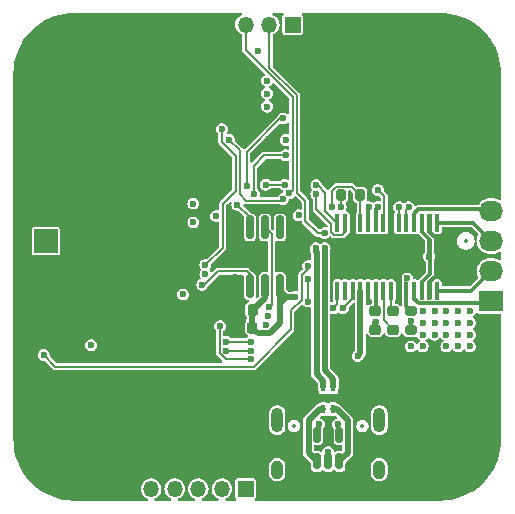
<source format=gbl>
%TF.GenerationSoftware,KiCad,Pcbnew,8.0.4*%
%TF.CreationDate,2024-08-28T16:39:45+02:00*%
%TF.ProjectId,stepper_driver_PCB,73746570-7065-4725-9f64-72697665725f,rev?*%
%TF.SameCoordinates,Original*%
%TF.FileFunction,Copper,L4,Bot*%
%TF.FilePolarity,Positive*%
%FSLAX46Y46*%
G04 Gerber Fmt 4.6, Leading zero omitted, Abs format (unit mm)*
G04 Created by KiCad (PCBNEW 8.0.4) date 2024-08-28 16:39:45*
%MOMM*%
%LPD*%
G01*
G04 APERTURE LIST*
G04 Aperture macros list*
%AMRoundRect*
0 Rectangle with rounded corners*
0 $1 Rounding radius*
0 $2 $3 $4 $5 $6 $7 $8 $9 X,Y pos of 4 corners*
0 Add a 4 corners polygon primitive as box body*
4,1,4,$2,$3,$4,$5,$6,$7,$8,$9,$2,$3,0*
0 Add four circle primitives for the rounded corners*
1,1,$1+$1,$2,$3*
1,1,$1+$1,$4,$5*
1,1,$1+$1,$6,$7*
1,1,$1+$1,$8,$9*
0 Add four rect primitives between the rounded corners*
20,1,$1+$1,$2,$3,$4,$5,0*
20,1,$1+$1,$4,$5,$6,$7,0*
20,1,$1+$1,$6,$7,$8,$9,0*
20,1,$1+$1,$8,$9,$2,$3,0*%
G04 Aperture macros list end*
%TA.AperFunction,ComponentPad*%
%ADD10R,1.350000X1.350000*%
%TD*%
%TA.AperFunction,ComponentPad*%
%ADD11O,1.350000X1.350000*%
%TD*%
%TA.AperFunction,ComponentPad*%
%ADD12C,0.800000*%
%TD*%
%TA.AperFunction,ComponentPad*%
%ADD13C,6.400000*%
%TD*%
%TA.AperFunction,ComponentPad*%
%ADD14R,2.000000X2.000000*%
%TD*%
%TA.AperFunction,ComponentPad*%
%ADD15C,2.000000*%
%TD*%
%TA.AperFunction,ComponentPad*%
%ADD16O,1.000000X2.100000*%
%TD*%
%TA.AperFunction,ComponentPad*%
%ADD17O,1.000000X1.600000*%
%TD*%
%TA.AperFunction,ComponentPad*%
%ADD18R,2.030000X1.730000*%
%TD*%
%TA.AperFunction,ComponentPad*%
%ADD19O,2.030000X1.730000*%
%TD*%
%TA.AperFunction,SMDPad,CuDef*%
%ADD20RoundRect,0.150000X0.150000X-0.825000X0.150000X0.825000X-0.150000X0.825000X-0.150000X-0.825000X0*%
%TD*%
%TA.AperFunction,SMDPad,CuDef*%
%ADD21RoundRect,0.225000X-0.250000X0.225000X-0.250000X-0.225000X0.250000X-0.225000X0.250000X0.225000X0*%
%TD*%
%TA.AperFunction,SMDPad,CuDef*%
%ADD22RoundRect,0.150000X-0.150000X0.512500X-0.150000X-0.512500X0.150000X-0.512500X0.150000X0.512500X0*%
%TD*%
%TA.AperFunction,SMDPad,CuDef*%
%ADD23RoundRect,0.225000X0.225000X0.250000X-0.225000X0.250000X-0.225000X-0.250000X0.225000X-0.250000X0*%
%TD*%
%TA.AperFunction,SMDPad,CuDef*%
%ADD24RoundRect,0.100000X0.100000X-0.675000X0.100000X0.675000X-0.100000X0.675000X-0.100000X-0.675000X0*%
%TD*%
%TA.AperFunction,HeatsinkPad*%
%ADD25C,0.600000*%
%TD*%
%TA.AperFunction,HeatsinkPad*%
%ADD26R,6.200000X2.750000*%
%TD*%
%TA.AperFunction,SMDPad,CuDef*%
%ADD27RoundRect,0.225000X-0.225000X-0.250000X0.225000X-0.250000X0.225000X0.250000X-0.225000X0.250000X0*%
%TD*%
%TA.AperFunction,SMDPad,CuDef*%
%ADD28RoundRect,0.225000X0.250000X-0.225000X0.250000X0.225000X-0.250000X0.225000X-0.250000X-0.225000X0*%
%TD*%
%TA.AperFunction,SMDPad,CuDef*%
%ADD29RoundRect,0.200000X-0.275000X0.200000X-0.275000X-0.200000X0.275000X-0.200000X0.275000X0.200000X0*%
%TD*%
%TA.AperFunction,SMDPad,CuDef*%
%ADD30RoundRect,0.200000X-0.200000X-0.275000X0.200000X-0.275000X0.200000X0.275000X-0.200000X0.275000X0*%
%TD*%
%TA.AperFunction,SMDPad,CuDef*%
%ADD31R,0.406400X0.762000*%
%TD*%
%TA.AperFunction,ViaPad*%
%ADD32C,0.600000*%
%TD*%
%TA.AperFunction,Conductor*%
%ADD33C,0.500000*%
%TD*%
%TA.AperFunction,Conductor*%
%ADD34C,0.300000*%
%TD*%
%TA.AperFunction,Conductor*%
%ADD35C,0.533612*%
%TD*%
%TA.AperFunction,Conductor*%
%ADD36C,0.200000*%
%TD*%
%ADD37C,0.300000*%
%ADD38C,0.350000*%
%ADD39O,0.600000X1.700000*%
%ADD40O,0.600000X1.200000*%
G04 APERTURE END LIST*
D10*
%TO.P,J4,1,Pin_1*%
%TO.N,+3V3*%
X118500000Y-75850000D03*
D11*
%TO.P,J4,2,Pin_2*%
%TO.N,/JTAG_SWDIO*%
X116499999Y-75850000D03*
%TO.P,J4,3,Pin_3*%
%TO.N,/JTAG_SWCLK*%
X114500000Y-75850000D03*
%TO.P,J4,4,Pin_4*%
%TO.N,GND*%
X112500000Y-75850000D03*
%TD*%
D12*
%TO.P,H2,1,1*%
%TO.N,GND*%
X128600000Y-80000000D03*
X129302944Y-78302944D03*
X129302944Y-81697056D03*
X131000000Y-77600000D03*
D13*
X131000000Y-80000000D03*
D12*
X131000000Y-82400000D03*
X132697056Y-78302944D03*
X132697056Y-81697056D03*
X133400000Y-80000000D03*
%TD*%
D14*
%TO.P,J1,1,Pin_1*%
%TO.N,+24V*%
X97600000Y-94200000D03*
D15*
%TO.P,J1,2,Pin_2*%
%TO.N,GND*%
X97600000Y-96740000D03*
%TD*%
D10*
%TO.P,J2,1,Pin_1*%
%TO.N,+3V3*%
X114500000Y-115150000D03*
D11*
%TO.P,J2,2,Pin_2*%
%TO.N,/CTRL_SPI_MOSI*%
X112499999Y-115150000D03*
%TO.P,J2,3,Pin_3*%
%TO.N,/CTRL_SPI_MISO*%
X110500000Y-115150000D03*
%TO.P,J2,4,Pin_4*%
%TO.N,/CTRL_SPI_CLK*%
X108500000Y-115150000D03*
%TO.P,J2,5,Pin_5*%
%TO.N,/CTRL_SPI_NCS*%
X106500000Y-115150000D03*
%TO.P,J2,6,Pin_6*%
%TO.N,GND*%
X104500000Y-115150000D03*
%TD*%
D16*
%TO.P,J5,S1,SHIELD*%
%TO.N,unconnected-(J5-SHIELD-PadS1)*%
X117180000Y-109345000D03*
D17*
%TO.N,unconnected-(J5-SHIELD-PadS1)_2*%
X117180000Y-113525000D03*
D16*
%TO.N,unconnected-(J5-SHIELD-PadS1)_3*%
X125820000Y-109345000D03*
D17*
%TO.N,unconnected-(J5-SHIELD-PadS1)_1*%
X125820000Y-113525000D03*
%TD*%
D12*
%TO.P,H1,1,1*%
%TO.N,GND*%
X97600000Y-80000000D03*
X98302944Y-78302944D03*
X98302944Y-81697056D03*
X100000000Y-77600000D03*
D13*
X100000000Y-80000000D03*
D12*
X100000000Y-82400000D03*
X101697056Y-78302944D03*
X101697056Y-81697056D03*
X102400000Y-80000000D03*
%TD*%
D18*
%TO.P,J3,1,Pin_1*%
%TO.N,/STEPPER_B2*%
X135300000Y-99250000D03*
D19*
%TO.P,J3,2,Pin_2*%
%TO.N,/STEPPER_B1*%
X135300000Y-96710000D03*
%TO.P,J3,3,Pin_3*%
%TO.N,/STEPPER_A1*%
X135300000Y-94170001D03*
%TO.P,J3,4,Pin_4*%
%TO.N,/STEPPER_A2*%
X135300000Y-91630000D03*
%TD*%
D12*
%TO.P,H4,1,1*%
%TO.N,GND*%
X128600000Y-111000000D03*
X129302944Y-109302944D03*
X129302944Y-112697056D03*
X131000000Y-108600000D03*
D13*
X131000000Y-111000000D03*
D12*
X131000000Y-113400000D03*
X132697056Y-109302944D03*
X132697056Y-112697056D03*
X133400000Y-111000000D03*
%TD*%
%TO.P,H3,1,1*%
%TO.N,GND*%
X97600000Y-111000000D03*
X98302944Y-109302944D03*
X98302944Y-112697056D03*
X100000000Y-108600000D03*
D13*
X100000000Y-111000000D03*
D12*
X100000000Y-113400000D03*
X101697056Y-109302944D03*
X101697056Y-112697056D03*
X102400000Y-111000000D03*
%TD*%
D20*
%TO.P,U2,1,VDD5*%
%TO.N,+3V3*%
X117405000Y-97975000D03*
%TO.P,U2,2,VDD3v3*%
X116135000Y-97975000D03*
%TO.P,U2,3,OUT*%
%TO.N,/AS5600_OUT*%
X114865000Y-97975000D03*
%TO.P,U2,4,GND*%
%TO.N,GND*%
X113595000Y-97975000D03*
%TO.P,U2,5,DIR*%
X113595000Y-93025000D03*
%TO.P,U2,6,SCL*%
%TO.N,/I2C_SCL*%
X114865000Y-93025000D03*
%TO.P,U2,7,SDA*%
%TO.N,/I2C_SDA*%
X116135000Y-93025000D03*
%TO.P,U2,8,PGO*%
%TO.N,unconnected-(U2-PGO-Pad8)*%
X117405000Y-93025000D03*
%TD*%
D21*
%TO.P,C15,1*%
%TO.N,Net-(U5-CPO)*%
X127000000Y-100125000D03*
%TO.P,C15,2*%
%TO.N,Net-(U5-CPI)*%
X127000000Y-101675000D03*
%TD*%
D22*
%TO.P,U6,1,I/O1*%
%TO.N,Net-(J5-D--PadA7)*%
X120550001Y-110562500D03*
%TO.P,U6,2,GND*%
%TO.N,GND*%
X121500000Y-110562500D03*
%TO.P,U6,3,I/O2*%
%TO.N,Net-(J5-D+-PadA6)*%
X122449999Y-110562500D03*
%TO.P,U6,4,I/O2*%
%TO.N,/USB/FL_P*%
X122449999Y-112837500D03*
%TO.P,U6,5,VBUS*%
%TO.N,+5V*%
X121500000Y-112837500D03*
%TO.P,U6,6,I/O1*%
%TO.N,/USB/FL_N*%
X120550001Y-112837500D03*
%TD*%
D23*
%TO.P,C4,1*%
%TO.N,+3V3*%
X115075000Y-101500000D03*
%TO.P,C4,2*%
%TO.N,GND*%
X113525000Y-101500000D03*
%TD*%
D24*
%TO.P,U5,1,OB1*%
%TO.N,/STEPPER_B1*%
X130725000Y-98375000D03*
%TO.P,U5,2,BRB*%
%TO.N,GND*%
X130075000Y-98375000D03*
%TO.P,U5,3,VS*%
%TO.N,+24V*%
X129425000Y-98375000D03*
%TO.P,U5,4,OB2*%
%TO.N,/STEPPER_B2*%
X128775000Y-98375000D03*
%TO.P,U5,5,~{EN}*%
%TO.N,/TMC_NEN*%
X128125001Y-98375000D03*
%TO.P,U5,6,GND*%
%TO.N,GND*%
X127475000Y-98375000D03*
%TO.P,U5,7,CPO*%
%TO.N,Net-(U5-CPO)*%
X126825000Y-98375000D03*
%TO.P,U5,8,CPI*%
%TO.N,Net-(U5-CPI)*%
X126175000Y-98375000D03*
%TO.P,U5,9,VCP*%
%TO.N,Net-(U5-VCP)*%
X125525000Y-98375000D03*
%TO.P,U5,10,SPREAD*%
%TO.N,/TMC_SPREAD*%
X124874999Y-98375000D03*
%TO.P,U5,11,5VOUT*%
%TO.N,+5V*%
X124225000Y-98375000D03*
%TO.P,U5,12,MS1_AD0*%
%TO.N,/TMC_MS1*%
X123575000Y-98375000D03*
%TO.P,U5,13,NC*%
%TO.N,unconnected-(U5-NC-Pad13)*%
X122925000Y-98375000D03*
%TO.P,U5,14,MS2_AD1*%
%TO.N,/TMC_MS2*%
X122275000Y-98375000D03*
%TO.P,U5,15,DIAG*%
%TO.N,/TMC_DIAG*%
X122275000Y-92625000D03*
%TO.P,U5,16,INDEX*%
%TO.N,/TMC_INDEX*%
X122925000Y-92625000D03*
%TO.P,U5,17,CLK*%
%TO.N,GND*%
X123575000Y-92625000D03*
%TO.P,U5,18,PDN_UART*%
%TO.N,/TMC_UART_RX*%
X124225000Y-92625000D03*
%TO.P,U5,19,VCC_IO*%
%TO.N,+3V3*%
X124874999Y-92625000D03*
%TO.P,U5,20,STEP*%
%TO.N,/TMC_STEP*%
X125525000Y-92625000D03*
%TO.P,U5,21,VREF*%
%TO.N,+3.3VA*%
X126175000Y-92625000D03*
%TO.P,U5,22,GND*%
%TO.N,GND*%
X126825000Y-92625000D03*
%TO.P,U5,23,DIR*%
%TO.N,/TMC_DIR*%
X127475000Y-92625000D03*
%TO.P,U5,24,STDBY*%
%TO.N,/TMC_STDBY*%
X128125001Y-92625000D03*
%TO.P,U5,25,OA2*%
%TO.N,/STEPPER_A2*%
X128775000Y-92625000D03*
%TO.P,U5,26,VS*%
%TO.N,+24V*%
X129425000Y-92625000D03*
%TO.P,U5,27,BRA*%
%TO.N,GND*%
X130075000Y-92625000D03*
%TO.P,U5,28,OA1*%
%TO.N,/STEPPER_A1*%
X130725000Y-92625000D03*
D25*
%TO.P,U5,29,GND*%
%TO.N,GND*%
X123700000Y-96575000D03*
X125566667Y-96575000D03*
X127433333Y-96575000D03*
X129300000Y-96575000D03*
D26*
X126500000Y-95500000D03*
D25*
X123700000Y-94425000D03*
X125566667Y-94425000D03*
X127433333Y-94425000D03*
X129300000Y-94425000D03*
%TD*%
D27*
%TO.P,C3,1*%
%TO.N,GND*%
X113550000Y-100000000D03*
%TO.P,C3,2*%
%TO.N,+3V3*%
X115100000Y-100000000D03*
%TD*%
D28*
%TO.P,C16,1*%
%TO.N,+24V*%
X125500000Y-101675000D03*
%TO.P,C16,2*%
%TO.N,Net-(U5-VCP)*%
X125500000Y-100125000D03*
%TD*%
D29*
%TO.P,R10,1*%
%TO.N,/TMC_NEN*%
X128500000Y-100075000D03*
%TO.P,R10,2*%
%TO.N,+3V3*%
X128500000Y-101725000D03*
%TD*%
D30*
%TO.P,R1,1*%
%TO.N,/TMC_UART_TX*%
X122575000Y-90300000D03*
%TO.P,R1,2*%
%TO.N,/TMC_UART_RX*%
X124225000Y-90300000D03*
%TD*%
D31*
%TO.P,FL1,1,1*%
%TO.N,/USB/FL_N*%
X121093600Y-108424999D03*
%TO.P,FL1,2,2*%
%TO.N,/USB_DN*%
X121093600Y-106575001D03*
%TO.P,FL1,3,3*%
%TO.N,/USB_DP*%
X121906400Y-106575001D03*
%TO.P,FL1,4,4*%
%TO.N,/USB/FL_P*%
X121906400Y-108424999D03*
%TD*%
D32*
%TO.N,GND*%
X95500000Y-105500000D03*
X127700000Y-104800000D03*
X110500000Y-80500000D03*
X113100000Y-93100000D03*
X135500000Y-105500000D03*
X120499999Y-85500000D03*
X128700000Y-104800000D03*
X125500000Y-75500000D03*
X126900000Y-103000000D03*
X100500000Y-85500000D03*
X105500000Y-80500000D03*
X113100000Y-89400000D03*
X113500000Y-80600000D03*
X130500000Y-75500000D03*
X100500000Y-75500000D03*
X118300000Y-107700000D03*
X115500000Y-110500000D03*
X95500000Y-80500000D03*
X135500000Y-80500000D03*
X126200000Y-104800000D03*
X95500000Y-110500000D03*
X95500000Y-85500000D03*
X110900000Y-78100000D03*
X113500000Y-81700000D03*
X130500000Y-115500000D03*
X97400002Y-102208949D03*
X105500000Y-110500000D03*
X117400000Y-79500000D03*
X100500000Y-90500000D03*
X112700000Y-100013786D03*
X113500000Y-82800000D03*
X123500000Y-103000000D03*
X125500000Y-85500000D03*
X120500000Y-75500000D03*
X105425000Y-96200000D03*
X120500000Y-115500000D03*
X113500000Y-79500000D03*
X116500000Y-87800000D03*
X121500000Y-111300000D03*
X114675000Y-81700000D03*
X108525000Y-92600000D03*
X123000000Y-101000000D03*
X95500000Y-90500000D03*
X129700000Y-104800000D03*
X124700000Y-107700000D03*
X106975000Y-92000000D03*
X120100000Y-78100000D03*
X117900000Y-96500000D03*
X130800000Y-105600000D03*
X105500000Y-85500000D03*
X125500000Y-80500000D03*
X120383246Y-92225000D03*
X130500000Y-90500000D03*
X100500000Y-115500000D03*
X114700000Y-85500000D03*
X131700000Y-104800000D03*
X110500000Y-75500000D03*
X113100000Y-97900000D03*
X115500000Y-105500000D03*
X108525000Y-91000000D03*
X110500000Y-100500000D03*
X114675000Y-80600000D03*
X105500000Y-100500000D03*
X110500000Y-85500000D03*
X100500000Y-105500000D03*
X116500000Y-85500000D03*
X117900000Y-94500000D03*
X100500000Y-100500000D03*
X125500000Y-115500000D03*
X110500000Y-105500000D03*
X135500000Y-85500000D03*
X130710387Y-97150001D03*
X109175000Y-97100000D03*
X130500000Y-85500000D03*
X118900000Y-101325000D03*
X122000000Y-102000000D03*
X130736262Y-93849999D03*
X114675000Y-82800000D03*
X95500000Y-100500000D03*
X117400000Y-82800000D03*
X117400000Y-81725000D03*
X105500000Y-75500000D03*
X125500000Y-103000000D03*
X109500000Y-113700000D03*
X95500000Y-95500000D03*
X105500000Y-105500000D03*
X111500000Y-112500000D03*
X120500000Y-80500000D03*
X135500000Y-110500000D03*
%TO.N,+5V*%
X121500000Y-112050003D03*
X124000000Y-103900000D03*
%TO.N,/USB_DN*%
X120449997Y-94800000D03*
%TO.N,+3.3VA*%
X111100000Y-97000000D03*
X125700000Y-89850000D03*
%TO.N,/USB_DP*%
X121200000Y-94800000D03*
%TO.N,Net-(J5-D+-PadA6)*%
X122300000Y-109700000D03*
%TO.N,Net-(J5-D--PadA7)*%
X120700000Y-109700000D03*
%TO.N,/NRST*%
X112500000Y-84700000D03*
X111100000Y-96200000D03*
%TO.N,/STATUS*%
X97400002Y-103808871D03*
X119799582Y-96300000D03*
%TO.N,/I2C_SDA*%
X116507512Y-99796921D03*
%TO.N,/I2C_SCL*%
X113800000Y-91100000D03*
%TO.N,/TMC_UART_RX*%
X121800000Y-91300000D03*
%TO.N,+24V*%
X130050002Y-95500000D03*
X125504412Y-101025000D03*
%TO.N,/AS5600_OUT*%
X110833006Y-97878563D03*
%TO.N,/TMC_UART_TX*%
X122549996Y-91303104D03*
%TO.N,+3V3*%
X116325000Y-81700000D03*
X110075000Y-92600000D03*
X101425000Y-103000000D03*
X118700000Y-98900000D03*
X131500000Y-102100000D03*
X129500000Y-102100000D03*
X115075000Y-100800000D03*
X115525000Y-78100000D03*
X124950003Y-91300000D03*
X132500000Y-101100000D03*
X129500000Y-101100000D03*
X118999999Y-92000000D03*
X128500000Y-103100000D03*
X131500000Y-100100000D03*
X132500000Y-103100000D03*
X112000000Y-92062500D03*
X133500000Y-101100000D03*
X116325000Y-80600000D03*
X128500000Y-100925000D03*
X133500000Y-100100000D03*
X133500000Y-102100000D03*
X131500000Y-101100000D03*
X129500000Y-103100000D03*
X116325000Y-82800000D03*
X130500000Y-101100000D03*
X132500000Y-100100000D03*
X117900000Y-85600000D03*
X132500000Y-102100000D03*
X131500000Y-103100000D03*
X129500000Y-100100000D03*
X110075000Y-91000000D03*
X130500000Y-102100000D03*
X109218750Y-98700000D03*
X130500000Y-100100000D03*
X133500000Y-103100000D03*
%TO.N,/BOOT0*%
X117700000Y-83800000D03*
X114611091Y-89488909D03*
%TO.N,/W25Q128_NRST*%
X117900000Y-86900000D03*
X115200000Y-90200000D03*
%TO.N,/JTAG_SWDIO*%
X121200000Y-93500000D03*
%TO.N,/JTAG_SWCLK*%
X118200000Y-90115687D03*
%TO.N,/TMC_NEN*%
X128175000Y-97325002D03*
X112350000Y-101400000D03*
X115000000Y-104200006D03*
%TO.N,/TMC_STDBY*%
X128300000Y-91300000D03*
%TO.N,/TMC_SPREAD*%
X119799582Y-97424999D03*
X119799582Y-99300000D03*
X124925000Y-99305653D03*
%TO.N,/TMC_MS1*%
X112850000Y-103450003D03*
X122741776Y-99855653D03*
X115000000Y-103450003D03*
%TO.N,/TMC_INDEX*%
X120499997Y-90200000D03*
X116375000Y-100543042D03*
%TO.N,/TMC_DIR*%
X127500000Y-91300000D03*
%TO.N,/TMC_STEP*%
X125700006Y-91300000D03*
%TO.N,/TMC_DIAG*%
X116203526Y-101273179D03*
X120500000Y-89449998D03*
%TO.N,/TMC_MS2*%
X121916806Y-99855653D03*
X112850000Y-102700000D03*
X115000000Y-102700000D03*
%TO.N,/FLASH_SPI_MOSI*%
X117806410Y-89406410D03*
X116200000Y-89400000D03*
%TO.N,/FLASH_SPI_NCS*%
X113100000Y-85600000D03*
X117650000Y-90625588D03*
%TD*%
D33*
%TO.N,GND*%
X113595000Y-99955000D02*
X113550000Y-100000000D01*
D34*
X130075000Y-92625000D02*
X130075000Y-93399999D01*
D33*
X127475000Y-98375000D02*
X127475000Y-96475000D01*
X123575000Y-92625000D02*
X123575000Y-94300000D01*
X113525000Y-100025000D02*
X113550000Y-100000000D01*
D34*
X130075000Y-98375000D02*
X130075000Y-97667940D01*
X130592939Y-97150001D02*
X130710387Y-97150001D01*
D33*
X113550000Y-100000000D02*
X112713786Y-100000000D01*
D34*
X130525000Y-93849999D02*
X130736262Y-93849999D01*
X130075000Y-97667940D02*
X130592939Y-97150001D01*
X121500000Y-110562500D02*
X121500000Y-111300000D01*
D33*
X126825000Y-92625000D02*
X126825000Y-95175000D01*
X126825000Y-95175000D02*
X126500000Y-95500000D01*
X113175000Y-93025000D02*
X113100000Y-93100000D01*
X112713786Y-100000000D02*
X112700000Y-100013786D01*
X123575000Y-94300000D02*
X123700000Y-94425000D01*
X127475000Y-96475000D02*
X126500000Y-95500000D01*
X113595000Y-97975000D02*
X113595000Y-99955000D01*
X113525000Y-101500000D02*
X113525000Y-100025000D01*
X113595000Y-97975000D02*
X113175000Y-97975000D01*
X113175000Y-97975000D02*
X113100000Y-97900000D01*
D34*
X130075000Y-93399999D02*
X130525000Y-93849999D01*
D33*
X113595000Y-93025000D02*
X113175000Y-93025000D01*
%TO.N,+5V*%
X124225000Y-103675000D02*
X124000000Y-103900000D01*
D34*
X121500000Y-112050003D02*
X121500000Y-112837500D01*
D33*
X124225000Y-98375000D02*
X124225000Y-103675000D01*
D35*
%TO.N,/USB_DN*%
X120516388Y-105416388D02*
X121093600Y-105993600D01*
X120449997Y-94800000D02*
X120449997Y-95063714D01*
X120449997Y-95063714D02*
X120516388Y-95130105D01*
X121093600Y-105993600D02*
X121093600Y-106575001D01*
X120516388Y-95130105D02*
X120516388Y-105416388D01*
%TO.N,/USB/FL_N*%
X119833195Y-109366805D02*
X120775001Y-108424999D01*
X120550001Y-112837500D02*
X119833195Y-112120694D01*
X119833195Y-112120694D02*
X119833195Y-109366805D01*
X120775001Y-108424999D02*
X121093600Y-108424999D01*
D36*
%TO.N,+3.3VA*%
X126250006Y-92549994D02*
X126250006Y-90400006D01*
X126175000Y-92625000D02*
X126250006Y-92549994D01*
X126250006Y-90400006D02*
X125700000Y-89850000D01*
D35*
%TO.N,/USB_DP*%
X121200000Y-105133226D02*
X121906400Y-105839626D01*
X121200000Y-94800000D02*
X121200000Y-105133226D01*
X121906400Y-105839626D02*
X121906400Y-106575001D01*
%TO.N,/USB/FL_P*%
X122224999Y-108424999D02*
X121906400Y-108424999D01*
X123166805Y-109366805D02*
X122224999Y-108424999D01*
X123166805Y-112120694D02*
X123166805Y-109366805D01*
X122449999Y-112837500D02*
X123166805Y-112120694D01*
D34*
%TO.N,Net-(J5-D+-PadA6)*%
X122300000Y-110412501D02*
X122449999Y-110562500D01*
X122300000Y-109700000D02*
X122300000Y-110412501D01*
%TO.N,Net-(J5-D--PadA7)*%
X120700000Y-109700000D02*
X120700000Y-110412501D01*
X120700000Y-110412501D02*
X120550001Y-110562500D01*
D36*
%TO.N,/NRST*%
X112500000Y-85777818D02*
X113661091Y-86938909D01*
X112500000Y-84700000D02*
X112500000Y-85777818D01*
X113661091Y-86938909D02*
X113661091Y-89933884D01*
X112550000Y-94750000D02*
X111100000Y-96200000D01*
X112550000Y-91044975D02*
X112550000Y-94750000D01*
X113661091Y-89933884D02*
X112550000Y-91044975D01*
%TO.N,/STATUS*%
X119249582Y-99128236D02*
X118322182Y-100055636D01*
X118322182Y-100055636D02*
X118322182Y-101655642D01*
X119799582Y-96522600D02*
X119250000Y-97072182D01*
X119250000Y-97072182D02*
X119250000Y-97196763D01*
X98391131Y-104800000D02*
X97400002Y-103808871D01*
X118322182Y-101655642D02*
X115177824Y-104800000D01*
X119799582Y-96300000D02*
X119799582Y-96522600D01*
X119249582Y-97197181D02*
X119249582Y-99128236D01*
X115177824Y-104800000D02*
X98391131Y-104800000D01*
X119250000Y-97196763D02*
X119249582Y-97197181D01*
%TO.N,/I2C_SDA*%
X116507512Y-99796921D02*
X116700000Y-99604433D01*
X116700000Y-93590000D02*
X116135000Y-93025000D01*
X116700000Y-99604433D02*
X116700000Y-93590000D01*
%TO.N,/I2C_SCL*%
X114865000Y-92165000D02*
X113800000Y-91100000D01*
X114865000Y-93025000D02*
X114865000Y-92165000D01*
%TO.N,/TMC_UART_RX*%
X121800000Y-89958062D02*
X122183062Y-89575000D01*
X121800000Y-91300000D02*
X121800000Y-89958062D01*
X124225000Y-90300000D02*
X124225000Y-92625000D01*
X122183062Y-89575000D02*
X123500000Y-89575000D01*
X123500000Y-89575000D02*
X124225000Y-90300000D01*
D34*
%TO.N,+24V*%
X130100000Y-97006544D02*
X129425000Y-97681544D01*
X129425000Y-93399999D02*
X130100000Y-94074999D01*
D33*
X125500000Y-101029412D02*
X125500000Y-101675000D01*
D34*
X130050002Y-94025001D02*
X130050002Y-95500000D01*
X129425000Y-92625000D02*
X129425000Y-93399999D01*
X129425000Y-93399999D02*
X130050002Y-94025001D01*
X130100000Y-94074999D02*
X130100000Y-97006544D01*
X129425000Y-97681544D02*
X129425000Y-98375000D01*
D33*
X125504412Y-101025000D02*
X125500000Y-101029412D01*
D36*
%TO.N,/AS5600_OUT*%
X114865000Y-97000001D02*
X114614999Y-96750000D01*
X112127818Y-96750000D02*
X110999255Y-97878563D01*
X110999255Y-97878563D02*
X110833006Y-97878563D01*
X114614999Y-96750000D02*
X112127818Y-96750000D01*
X114865000Y-97975000D02*
X114865000Y-97000001D01*
%TO.N,/TMC_UART_TX*%
X122575000Y-90300000D02*
X122575000Y-91278100D01*
X122575000Y-91278100D02*
X122549996Y-91303104D01*
D34*
%TO.N,/STEPPER_B1*%
X135290000Y-96710000D02*
X133625000Y-98375000D01*
X133625000Y-98375000D02*
X130725000Y-98375000D01*
X135300000Y-96710000D02*
X135290000Y-96710000D01*
%TO.N,/STEPPER_B2*%
X128775000Y-98375000D02*
X128775000Y-99068456D01*
X128775000Y-99068456D02*
X129156544Y-99450000D01*
X129156544Y-99450000D02*
X135100000Y-99450000D01*
X135100000Y-99450000D02*
X135300000Y-99250000D01*
%TO.N,/STEPPER_A1*%
X133754999Y-92625000D02*
X135300000Y-94170001D01*
X130725000Y-92625000D02*
X133754999Y-92625000D01*
%TO.N,/STEPPER_A2*%
X128775000Y-91850001D02*
X129125001Y-91500000D01*
X128775000Y-92625000D02*
X128775000Y-91850001D01*
X135170000Y-91500000D02*
X135300000Y-91630000D01*
X129125001Y-91500000D02*
X135170000Y-91500000D01*
D33*
%TO.N,+3V3*%
X115548179Y-101973179D02*
X116549003Y-101973179D01*
D34*
X128500000Y-101725000D02*
X128500000Y-100925000D01*
D33*
X117405000Y-99395000D02*
X117405000Y-101117182D01*
X115075000Y-101500000D02*
X115075000Y-100025000D01*
X117405000Y-98405000D02*
X117405000Y-97975000D01*
X117405000Y-101117182D02*
X117405000Y-97975000D01*
D34*
X124874999Y-92625000D02*
X124874999Y-91375004D01*
X124874999Y-91375004D02*
X124950003Y-91300000D01*
D33*
X117900000Y-98900000D02*
X117405000Y-99395000D01*
X115075000Y-101500000D02*
X115548179Y-101973179D01*
X116549003Y-101973179D02*
X117405000Y-101117182D01*
X116135000Y-98965000D02*
X116135000Y-97975000D01*
X118700000Y-98900000D02*
X117900000Y-98900000D01*
X117900000Y-98900000D02*
X117405000Y-98405000D01*
X115075000Y-100025000D02*
X115100000Y-100000000D01*
X115100000Y-100000000D02*
X116135000Y-98965000D01*
D36*
%TO.N,/BOOT0*%
X114600000Y-89477818D02*
X114600000Y-86600000D01*
X114600000Y-86600000D02*
X117400000Y-83800000D01*
X114611091Y-89488909D02*
X114600000Y-89477818D01*
X117400000Y-83800000D02*
X117700000Y-83800000D01*
%TO.N,/W25Q128_NRST*%
X116100000Y-86900000D02*
X117900000Y-86900000D01*
X115200000Y-87800000D02*
X116100000Y-86900000D01*
X115200000Y-90200000D02*
X115200000Y-87800000D01*
%TO.N,Net-(U5-CPI)*%
X126175000Y-98375000D02*
X126225000Y-98425000D01*
X126225000Y-98425000D02*
X126225000Y-100900000D01*
X126225000Y-100900000D02*
X127000000Y-101675000D01*
%TO.N,Net-(U5-CPO)*%
X126825000Y-98375000D02*
X126825000Y-99950000D01*
X126825000Y-99950000D02*
X127000000Y-100125000D01*
D34*
%TO.N,Net-(U5-VCP)*%
X125525000Y-100100000D02*
X125500000Y-100125000D01*
X125525000Y-98375000D02*
X125525000Y-100100000D01*
D36*
%TO.N,/JTAG_SWDIO*%
X118850000Y-81852207D02*
X116499999Y-79502206D01*
X121200000Y-93500000D02*
X120600000Y-93500000D01*
X118850000Y-90072182D02*
X118850000Y-81852207D01*
X116499999Y-79502206D02*
X116499999Y-75850000D01*
X120600000Y-93500000D02*
X119549999Y-92449999D01*
X119549999Y-92449999D02*
X119549999Y-90772181D01*
X119549999Y-90772181D02*
X118850000Y-90072182D01*
%TO.N,/JTAG_SWCLK*%
X118500000Y-89815687D02*
X118500000Y-81997182D01*
X118500000Y-81997182D02*
X114500000Y-77997182D01*
X118200000Y-90115687D02*
X118500000Y-89815687D01*
X114500000Y-77997182D02*
X114500000Y-75850000D01*
%TO.N,/TMC_NEN*%
X112300000Y-101450000D02*
X112300000Y-103677821D01*
X112350000Y-101400000D02*
X112300000Y-101450000D01*
D34*
X128125001Y-99700001D02*
X128500000Y-100075000D01*
D36*
X112300000Y-103677821D02*
X112822185Y-104200006D01*
X128125001Y-97375001D02*
X128175000Y-97325002D01*
X112822185Y-104200006D02*
X115000000Y-104200006D01*
D34*
X128125001Y-98375000D02*
X128125001Y-99700001D01*
D36*
X128125001Y-98375000D02*
X128125001Y-97375001D01*
%TO.N,/TMC_STDBY*%
X128125001Y-92625000D02*
X128125001Y-91474999D01*
X128125001Y-91474999D02*
X128300000Y-91300000D01*
%TO.N,/TMC_SPREAD*%
X124874999Y-98375000D02*
X124874999Y-99255652D01*
X124874999Y-99255652D02*
X124925000Y-99305653D01*
X119799582Y-97424999D02*
X119799582Y-99300000D01*
%TO.N,/TMC_MS1*%
X122741776Y-99855653D02*
X123575000Y-99022429D01*
X123575000Y-99022429D02*
X123575000Y-98375000D01*
X115000000Y-103450003D02*
X112850000Y-103450003D01*
%TO.N,/TMC_INDEX*%
X121750000Y-92750000D02*
X120499997Y-91499997D01*
X122674999Y-93650000D02*
X122000000Y-93650000D01*
X122925000Y-92625000D02*
X122925000Y-93399999D01*
X122925000Y-93399999D02*
X122674999Y-93650000D01*
X122000000Y-93650000D02*
X121750000Y-93400000D01*
X121750000Y-93400000D02*
X121750000Y-92750000D01*
X120499997Y-91499997D02*
X120499997Y-90200000D01*
%TO.N,/TMC_DIR*%
X127475000Y-91325000D02*
X127500000Y-91300000D01*
X127475000Y-92625000D02*
X127475000Y-91325000D01*
D34*
%TO.N,/TMC_STEP*%
X125525000Y-92625000D02*
X125525000Y-91475006D01*
X125525000Y-91475006D02*
X125700006Y-91300000D01*
D36*
%TO.N,/TMC_DIAG*%
X122275000Y-92625000D02*
X121250000Y-91600000D01*
X121250000Y-91600000D02*
X121250000Y-90101470D01*
X121250000Y-90101470D02*
X120598528Y-89449998D01*
X120598528Y-89449998D02*
X120500000Y-89449998D01*
%TO.N,/TMC_MS2*%
X122275000Y-98375000D02*
X122275000Y-99497459D01*
X115000000Y-102700000D02*
X112850000Y-102700000D01*
X122275000Y-99497459D02*
X121916806Y-99855653D01*
%TO.N,/FLASH_SPI_MOSI*%
X116200000Y-89400000D02*
X117800000Y-89400000D01*
X117800000Y-89400000D02*
X117806410Y-89406410D01*
%TO.N,/FLASH_SPI_NCS*%
X114011091Y-86511091D02*
X113100000Y-85600000D01*
X114550000Y-90750000D02*
X114011091Y-90211091D01*
X117525588Y-90750000D02*
X114550000Y-90750000D01*
X117650000Y-90625588D02*
X117525588Y-90750000D01*
X114011091Y-90211091D02*
X114011091Y-86511091D01*
%TD*%
%TA.AperFunction,Conductor*%
%TO.N,GND*%
G36*
X121555003Y-108948114D02*
G01*
X121558646Y-108950548D01*
X121558648Y-108950551D01*
X121624969Y-108994866D01*
X121669431Y-109003710D01*
X121683441Y-109006497D01*
X121683446Y-109006497D01*
X121683452Y-109006499D01*
X121683453Y-109006499D01*
X122104622Y-109006499D01*
X122162813Y-109025406D01*
X122174618Y-109035488D01*
X122195544Y-109056414D01*
X122223320Y-109110929D01*
X122213749Y-109171361D01*
X122170484Y-109214626D01*
X122153432Y-109221406D01*
X122089946Y-109240047D01*
X122089942Y-109240049D01*
X121968873Y-109317855D01*
X121874622Y-109426628D01*
X121814834Y-109557543D01*
X121794353Y-109699997D01*
X121794353Y-109700002D01*
X121814834Y-109842456D01*
X121870338Y-109963991D01*
X121874623Y-109973373D01*
X121925319Y-110031879D01*
X121949136Y-110088237D01*
X121949499Y-110096709D01*
X121949499Y-111108260D01*
X121956117Y-111153682D01*
X121959426Y-111176395D01*
X121991330Y-111241654D01*
X122010801Y-111281483D01*
X122093516Y-111364198D01*
X122147284Y-111390483D01*
X122198603Y-111415572D01*
X122198604Y-111415572D01*
X122198606Y-111415573D01*
X122266739Y-111425500D01*
X122266742Y-111425500D01*
X122600499Y-111425500D01*
X122658690Y-111444407D01*
X122694654Y-111493907D01*
X122699499Y-111524500D01*
X122699499Y-111875500D01*
X122680592Y-111933691D01*
X122631092Y-111969655D01*
X122600499Y-111974500D01*
X122266739Y-111974500D01*
X122232672Y-111979463D01*
X122198603Y-111984427D01*
X122131636Y-112017166D01*
X122071054Y-112025737D01*
X122017004Y-111997061D01*
X121990163Y-111942314D01*
X121985165Y-111907546D01*
X121984501Y-111906093D01*
X121925377Y-111776631D01*
X121925377Y-111776630D01*
X121831128Y-111667860D01*
X121831127Y-111667859D01*
X121831126Y-111667858D01*
X121710057Y-111590052D01*
X121710054Y-111590050D01*
X121710053Y-111590050D01*
X121710050Y-111590049D01*
X121571964Y-111549503D01*
X121571961Y-111549503D01*
X121428039Y-111549503D01*
X121428035Y-111549503D01*
X121289949Y-111590049D01*
X121289942Y-111590052D01*
X121168873Y-111667858D01*
X121074622Y-111776631D01*
X121014834Y-111907546D01*
X121009835Y-111942315D01*
X120982838Y-111997222D01*
X120928724Y-112025775D01*
X120868363Y-112017166D01*
X120827567Y-111997222D01*
X120801395Y-111984427D01*
X120784360Y-111981945D01*
X120733261Y-111974500D01*
X120399501Y-111974500D01*
X120341310Y-111955593D01*
X120305346Y-111906093D01*
X120300501Y-111875500D01*
X120300501Y-111524500D01*
X120319408Y-111466309D01*
X120368908Y-111430345D01*
X120399501Y-111425500D01*
X120733258Y-111425500D01*
X120733261Y-111425500D01*
X120801394Y-111415573D01*
X120906484Y-111364198D01*
X120989199Y-111281483D01*
X121040574Y-111176393D01*
X121050501Y-111108260D01*
X121050501Y-110096709D01*
X121069408Y-110038518D01*
X121074667Y-110031894D01*
X121125377Y-109973373D01*
X121185165Y-109842457D01*
X121205647Y-109700000D01*
X121185165Y-109557543D01*
X121125377Y-109426627D01*
X121031128Y-109317857D01*
X121031127Y-109317856D01*
X121031126Y-109317855D01*
X120910057Y-109240049D01*
X120910054Y-109240048D01*
X120910053Y-109240047D01*
X120846567Y-109221406D01*
X120796061Y-109186870D01*
X120775499Y-109129243D01*
X120792737Y-109070536D01*
X120804450Y-109056418D01*
X120825375Y-109035493D01*
X120879892Y-109007717D01*
X120895377Y-109006499D01*
X121316547Y-109006499D01*
X121316548Y-109006499D01*
X121375031Y-108994866D01*
X121441352Y-108950551D01*
X121441353Y-108950548D01*
X121444997Y-108948114D01*
X121503885Y-108931505D01*
X121555003Y-108948114D01*
G37*
%TD.AperFunction*%
%TA.AperFunction,Conductor*%
G36*
X114184850Y-74869407D02*
G01*
X114220814Y-74918907D01*
X114220814Y-74980093D01*
X114184850Y-75029593D01*
X114166927Y-75039940D01*
X114151260Y-75046915D01*
X114059845Y-75087615D01*
X114059842Y-75087617D01*
X113910948Y-75195794D01*
X113787803Y-75332562D01*
X113787803Y-75332563D01*
X113695790Y-75491931D01*
X113695784Y-75491945D01*
X113638916Y-75666965D01*
X113619678Y-75850000D01*
X113638916Y-76033034D01*
X113695784Y-76208054D01*
X113695790Y-76208068D01*
X113768893Y-76334684D01*
X113787805Y-76367440D01*
X113910950Y-76504207D01*
X114059839Y-76612381D01*
X114059844Y-76612383D01*
X114059849Y-76612386D01*
X114140766Y-76648412D01*
X114186236Y-76689352D01*
X114199500Y-76738853D01*
X114199500Y-78036746D01*
X114219978Y-78113170D01*
X114219980Y-78113174D01*
X114259538Y-78181690D01*
X114259540Y-78181693D01*
X115180553Y-79102706D01*
X116090748Y-80012901D01*
X116118525Y-80067418D01*
X116108954Y-80127850D01*
X116074268Y-80166189D01*
X115993872Y-80217857D01*
X115899622Y-80326628D01*
X115839834Y-80457543D01*
X115819353Y-80599997D01*
X115819353Y-80600002D01*
X115839834Y-80742456D01*
X115875304Y-80820123D01*
X115899623Y-80873373D01*
X115993872Y-80982143D01*
X115993873Y-80982144D01*
X116120903Y-81063781D01*
X116120238Y-81064815D01*
X116160012Y-81101322D01*
X116172160Y-81161290D01*
X116146740Y-81216945D01*
X116120682Y-81235876D01*
X116120903Y-81236219D01*
X115993873Y-81317855D01*
X115899622Y-81426628D01*
X115839834Y-81557543D01*
X115819353Y-81699997D01*
X115819353Y-81700002D01*
X115839834Y-81842456D01*
X115899622Y-81973371D01*
X115899623Y-81973373D01*
X115993872Y-82082143D01*
X115993873Y-82082144D01*
X116120903Y-82163781D01*
X116120238Y-82164815D01*
X116160012Y-82201322D01*
X116172160Y-82261290D01*
X116146740Y-82316945D01*
X116120682Y-82335876D01*
X116120903Y-82336219D01*
X115993873Y-82417855D01*
X115899622Y-82526628D01*
X115839834Y-82657543D01*
X115819353Y-82799997D01*
X115819353Y-82800002D01*
X115839834Y-82942456D01*
X115899622Y-83073371D01*
X115899623Y-83073373D01*
X115993872Y-83182143D01*
X115993873Y-83182144D01*
X116114942Y-83259950D01*
X116114947Y-83259953D01*
X116221403Y-83291211D01*
X116253035Y-83300499D01*
X116253036Y-83300499D01*
X116253039Y-83300500D01*
X116253041Y-83300500D01*
X116396959Y-83300500D01*
X116396961Y-83300500D01*
X116535053Y-83259953D01*
X116656128Y-83182143D01*
X116750377Y-83073373D01*
X116810165Y-82942457D01*
X116830647Y-82800000D01*
X116810165Y-82657543D01*
X116750377Y-82526627D01*
X116656128Y-82417857D01*
X116656127Y-82417856D01*
X116656126Y-82417855D01*
X116529097Y-82336219D01*
X116529761Y-82335184D01*
X116489990Y-82298683D01*
X116477838Y-82238716D01*
X116503255Y-82183060D01*
X116529317Y-82164124D01*
X116529097Y-82163781D01*
X116656126Y-82082144D01*
X116656125Y-82082144D01*
X116656128Y-82082143D01*
X116750377Y-81973373D01*
X116810165Y-81842457D01*
X116830647Y-81700000D01*
X116826002Y-81667696D01*
X116810165Y-81557543D01*
X116750377Y-81426628D01*
X116750377Y-81426627D01*
X116656128Y-81317857D01*
X116656127Y-81317856D01*
X116656126Y-81317855D01*
X116529097Y-81236219D01*
X116529761Y-81235184D01*
X116489990Y-81198683D01*
X116477838Y-81138716D01*
X116503255Y-81083060D01*
X116529317Y-81064124D01*
X116529097Y-81063781D01*
X116656126Y-80982144D01*
X116656125Y-80982144D01*
X116656128Y-80982143D01*
X116750377Y-80873373D01*
X116754109Y-80865200D01*
X116795477Y-80820123D01*
X116855443Y-80807969D01*
X116911101Y-80833383D01*
X116914167Y-80836320D01*
X118170504Y-82092657D01*
X118198281Y-82147174D01*
X118199500Y-82162661D01*
X118199500Y-83346972D01*
X118180593Y-83405163D01*
X118131093Y-83441127D01*
X118069907Y-83441127D01*
X118035671Y-83421793D01*
X118031127Y-83417856D01*
X117910057Y-83340049D01*
X117910054Y-83340047D01*
X117910053Y-83340047D01*
X117910050Y-83340046D01*
X117771964Y-83299500D01*
X117771961Y-83299500D01*
X117628039Y-83299500D01*
X117628035Y-83299500D01*
X117489949Y-83340046D01*
X117489942Y-83340049D01*
X117368876Y-83417854D01*
X117368874Y-83417855D01*
X117368872Y-83417856D01*
X117368872Y-83417857D01*
X117335366Y-83456524D01*
X117287654Y-83511587D01*
X117262337Y-83532490D01*
X117215493Y-83559536D01*
X114415489Y-86359540D01*
X114415434Y-86359594D01*
X114414796Y-86360231D01*
X114360257Y-86387966D01*
X114299833Y-86378347D01*
X114259112Y-86339675D01*
X114251551Y-86326580D01*
X114195602Y-86270630D01*
X114195602Y-86270631D01*
X113630546Y-85705575D01*
X113602769Y-85651058D01*
X113602558Y-85621482D01*
X113605647Y-85600000D01*
X113585165Y-85457543D01*
X113525377Y-85326627D01*
X113431128Y-85217857D01*
X113431127Y-85217856D01*
X113431126Y-85217855D01*
X113310057Y-85140049D01*
X113310054Y-85140047D01*
X113310053Y-85140047D01*
X113310050Y-85140046D01*
X113171964Y-85099500D01*
X113171961Y-85099500D01*
X113028039Y-85099500D01*
X113021824Y-85099500D01*
X112963633Y-85080593D01*
X112927669Y-85031093D01*
X112927669Y-84969907D01*
X112931771Y-84959373D01*
X112985165Y-84842456D01*
X113005647Y-84700002D01*
X113005647Y-84699997D01*
X112985165Y-84557543D01*
X112925377Y-84426628D01*
X112925377Y-84426627D01*
X112831128Y-84317857D01*
X112831127Y-84317856D01*
X112831126Y-84317855D01*
X112710057Y-84240049D01*
X112710054Y-84240047D01*
X112710053Y-84240047D01*
X112708909Y-84239711D01*
X112571964Y-84199500D01*
X112571961Y-84199500D01*
X112428039Y-84199500D01*
X112428035Y-84199500D01*
X112289949Y-84240046D01*
X112289942Y-84240049D01*
X112168873Y-84317855D01*
X112074622Y-84426628D01*
X112014834Y-84557543D01*
X111994353Y-84699997D01*
X111994353Y-84700002D01*
X112014834Y-84842456D01*
X112074623Y-84973373D01*
X112173509Y-85087494D01*
X112171471Y-85089259D01*
X112196925Y-85131458D01*
X112199500Y-85153893D01*
X112199500Y-85817382D01*
X112219977Y-85893803D01*
X112219979Y-85893808D01*
X112245203Y-85937498D01*
X112259538Y-85962326D01*
X112259540Y-85962329D01*
X113331596Y-87034385D01*
X113359372Y-87088900D01*
X113360591Y-87104387D01*
X113360591Y-89768405D01*
X113341684Y-89826596D01*
X113331595Y-89838409D01*
X112365489Y-90804515D01*
X112365488Y-90804514D01*
X112309539Y-90860464D01*
X112269980Y-90928982D01*
X112269978Y-90928986D01*
X112249500Y-91005410D01*
X112249500Y-91481881D01*
X112230593Y-91540072D01*
X112181093Y-91576036D01*
X112122609Y-91576871D01*
X112071964Y-91562000D01*
X112071961Y-91562000D01*
X111928039Y-91562000D01*
X111928035Y-91562000D01*
X111789949Y-91602546D01*
X111789942Y-91602549D01*
X111668873Y-91680355D01*
X111574622Y-91789128D01*
X111514834Y-91920043D01*
X111494353Y-92062497D01*
X111494353Y-92062502D01*
X111514834Y-92204956D01*
X111570400Y-92326627D01*
X111574623Y-92335873D01*
X111668872Y-92444643D01*
X111668873Y-92444644D01*
X111755787Y-92500500D01*
X111789947Y-92522453D01*
X111873459Y-92546974D01*
X111928035Y-92562999D01*
X111928036Y-92562999D01*
X111928039Y-92563000D01*
X111928041Y-92563000D01*
X112071959Y-92563000D01*
X112071961Y-92563000D01*
X112122610Y-92548128D01*
X112183768Y-92549875D01*
X112232221Y-92587237D01*
X112249500Y-92643118D01*
X112249500Y-94584520D01*
X112230593Y-94642711D01*
X112220504Y-94654524D01*
X111204524Y-95670504D01*
X111150007Y-95698281D01*
X111134520Y-95699500D01*
X111028035Y-95699500D01*
X110889949Y-95740046D01*
X110889942Y-95740049D01*
X110768873Y-95817855D01*
X110674622Y-95926628D01*
X110614834Y-96057543D01*
X110594353Y-96199997D01*
X110594353Y-96200002D01*
X110614834Y-96342456D01*
X110674623Y-96473373D01*
X110728169Y-96535170D01*
X110751986Y-96591529D01*
X110738127Y-96651124D01*
X110728169Y-96664830D01*
X110674623Y-96726626D01*
X110614834Y-96857543D01*
X110594353Y-96999997D01*
X110594353Y-97000002D01*
X110614834Y-97142456D01*
X110677564Y-97279813D01*
X110675826Y-97280606D01*
X110688996Y-97330713D01*
X110666797Y-97387729D01*
X110628297Y-97413268D01*
X110629394Y-97415669D01*
X110622948Y-97418612D01*
X110501879Y-97496418D01*
X110407628Y-97605191D01*
X110347840Y-97736106D01*
X110327359Y-97878560D01*
X110327359Y-97878565D01*
X110347840Y-98021019D01*
X110407628Y-98151933D01*
X110407629Y-98151936D01*
X110501878Y-98260706D01*
X110501879Y-98260707D01*
X110590807Y-98317857D01*
X110622953Y-98338516D01*
X110729409Y-98369774D01*
X110761041Y-98379062D01*
X110761042Y-98379062D01*
X110761045Y-98379063D01*
X110761047Y-98379063D01*
X110904965Y-98379063D01*
X110904967Y-98379063D01*
X111043059Y-98338516D01*
X111164134Y-98260706D01*
X111258383Y-98151936D01*
X111318171Y-98021020D01*
X111319593Y-98011124D01*
X111346586Y-97956216D01*
X111347583Y-97955205D01*
X112223294Y-97079496D01*
X112277810Y-97051719D01*
X112293297Y-97050500D01*
X114265500Y-97050500D01*
X114323691Y-97069407D01*
X114359655Y-97118907D01*
X114364500Y-97149500D01*
X114364500Y-98833260D01*
X114368016Y-98857393D01*
X114374427Y-98901395D01*
X114422877Y-99000500D01*
X114425802Y-99006483D01*
X114508517Y-99089198D01*
X114562285Y-99115483D01*
X114613604Y-99140572D01*
X114613605Y-99140572D01*
X114613607Y-99140573D01*
X114681740Y-99150500D01*
X114681743Y-99150500D01*
X114701975Y-99150500D01*
X114760166Y-99169407D01*
X114796130Y-99218907D01*
X114796130Y-99280093D01*
X114760166Y-99329593D01*
X114746921Y-99337709D01*
X114621781Y-99401471D01*
X114526470Y-99496782D01*
X114465283Y-99616867D01*
X114465281Y-99616874D01*
X114449500Y-99716510D01*
X114449500Y-100283489D01*
X114457390Y-100333307D01*
X114459867Y-100348946D01*
X114465281Y-100383125D01*
X114465283Y-100383132D01*
X114526470Y-100503217D01*
X114526473Y-100503221D01*
X114569747Y-100546496D01*
X114597524Y-100601013D01*
X114590779Y-100650441D01*
X114591829Y-100650750D01*
X114589834Y-100657543D01*
X114569353Y-100799997D01*
X114569353Y-100800002D01*
X114578503Y-100863643D01*
X114568070Y-100923932D01*
X114550516Y-100947734D01*
X114501474Y-100996777D01*
X114501470Y-100996782D01*
X114440283Y-101116867D01*
X114440281Y-101116874D01*
X114424500Y-101216510D01*
X114424500Y-101783489D01*
X114440281Y-101883125D01*
X114440283Y-101883132D01*
X114496892Y-101994232D01*
X114501472Y-102003220D01*
X114596780Y-102098528D01*
X114596782Y-102098529D01*
X114673723Y-102137733D01*
X114716988Y-102180997D01*
X114726559Y-102241429D01*
X114698781Y-102295946D01*
X114682303Y-102309225D01*
X114668875Y-102317854D01*
X114668872Y-102317857D01*
X114647950Y-102342003D01*
X114627736Y-102365331D01*
X114575340Y-102396927D01*
X114552917Y-102399500D01*
X113297083Y-102399500D01*
X113238892Y-102380593D01*
X113222264Y-102365331D01*
X113181128Y-102317857D01*
X113134316Y-102287773D01*
X113060057Y-102240049D01*
X113060054Y-102240047D01*
X113060053Y-102240047D01*
X113060050Y-102240046D01*
X112921964Y-102199500D01*
X112921961Y-102199500D01*
X112778039Y-102199500D01*
X112778035Y-102199500D01*
X112727391Y-102214371D01*
X112666230Y-102212623D01*
X112617778Y-102175260D01*
X112600500Y-102119381D01*
X112600500Y-101888017D01*
X112619407Y-101829826D01*
X112645973Y-101804735D01*
X112681128Y-101782143D01*
X112775377Y-101673373D01*
X112835165Y-101542457D01*
X112843837Y-101482142D01*
X112855647Y-101400002D01*
X112855647Y-101399997D01*
X112835165Y-101257543D01*
X112820412Y-101225239D01*
X112775377Y-101126627D01*
X112681128Y-101017857D01*
X112681127Y-101017856D01*
X112681126Y-101017855D01*
X112560057Y-100940049D01*
X112560054Y-100940047D01*
X112560053Y-100940047D01*
X112560050Y-100940046D01*
X112421964Y-100899500D01*
X112421961Y-100899500D01*
X112278039Y-100899500D01*
X112278035Y-100899500D01*
X112139949Y-100940046D01*
X112139942Y-100940049D01*
X112018873Y-101017855D01*
X111924622Y-101126628D01*
X111864834Y-101257543D01*
X111844353Y-101399997D01*
X111844353Y-101400002D01*
X111864834Y-101542456D01*
X111891114Y-101600000D01*
X111924623Y-101673373D01*
X111975320Y-101731880D01*
X111999137Y-101788238D01*
X111999500Y-101796710D01*
X111999500Y-103717385D01*
X112019978Y-103793808D01*
X112051775Y-103848883D01*
X112059540Y-103862332D01*
X112527704Y-104330497D01*
X112555481Y-104385013D01*
X112545910Y-104445445D01*
X112502645Y-104488710D01*
X112457700Y-104499500D01*
X98556610Y-104499500D01*
X98498419Y-104480593D01*
X98486606Y-104470504D01*
X97930548Y-103914446D01*
X97902771Y-103859929D01*
X97902560Y-103830353D01*
X97905649Y-103808871D01*
X97903483Y-103793808D01*
X97885167Y-103666414D01*
X97851393Y-103592460D01*
X97825379Y-103535498D01*
X97731130Y-103426728D01*
X97731129Y-103426727D01*
X97731128Y-103426726D01*
X97610059Y-103348920D01*
X97610056Y-103348918D01*
X97610055Y-103348918D01*
X97610052Y-103348917D01*
X97471966Y-103308371D01*
X97471963Y-103308371D01*
X97328041Y-103308371D01*
X97328037Y-103308371D01*
X97189951Y-103348917D01*
X97189944Y-103348920D01*
X97068875Y-103426726D01*
X96974624Y-103535499D01*
X96914836Y-103666414D01*
X96894355Y-103808868D01*
X96894355Y-103808871D01*
X96914836Y-103951327D01*
X96958655Y-104047276D01*
X96974625Y-104082244D01*
X97053587Y-104173372D01*
X97068875Y-104191015D01*
X97189944Y-104268821D01*
X97189949Y-104268824D01*
X97296405Y-104300082D01*
X97328037Y-104309370D01*
X97328038Y-104309370D01*
X97328041Y-104309371D01*
X97328043Y-104309371D01*
X97434523Y-104309371D01*
X97492714Y-104328278D01*
X97504527Y-104338367D01*
X98150671Y-104984511D01*
X98150670Y-104984511D01*
X98206620Y-105040460D01*
X98275138Y-105080019D01*
X98275142Y-105080021D01*
X98351566Y-105100499D01*
X98351568Y-105100500D01*
X98351569Y-105100500D01*
X115217387Y-105100500D01*
X115217387Y-105100499D01*
X115293813Y-105080021D01*
X115362335Y-105040460D01*
X115418284Y-104984511D01*
X118562642Y-101840153D01*
X118570582Y-101826400D01*
X118602202Y-101771634D01*
X118602202Y-101771632D01*
X118602204Y-101771630D01*
X118622682Y-101695204D01*
X118622682Y-101616080D01*
X118622682Y-100221114D01*
X118641589Y-100162923D01*
X118651672Y-100151116D01*
X119231800Y-99570987D01*
X119286315Y-99543212D01*
X119346747Y-99552783D01*
X119376621Y-99576162D01*
X119468452Y-99682142D01*
X119468454Y-99682143D01*
X119589529Y-99759953D01*
X119676971Y-99785628D01*
X119727617Y-99800499D01*
X119727618Y-99800499D01*
X119727621Y-99800500D01*
X119727623Y-99800500D01*
X119871541Y-99800500D01*
X119871543Y-99800500D01*
X119922192Y-99785628D01*
X119983350Y-99787375D01*
X120031803Y-99824737D01*
X120049082Y-99880618D01*
X120049082Y-105354865D01*
X120049082Y-105477911D01*
X120069120Y-105552693D01*
X120080929Y-105596766D01*
X120142446Y-105703316D01*
X120142448Y-105703318D01*
X120142450Y-105703321D01*
X120597299Y-106158170D01*
X120625075Y-106212685D01*
X120626294Y-106228172D01*
X120626294Y-106636523D01*
X120658140Y-106755374D01*
X120658141Y-106755376D01*
X120676636Y-106787409D01*
X120689900Y-106836910D01*
X120689900Y-106975747D01*
X120689901Y-106975759D01*
X120701532Y-107034228D01*
X120701534Y-107034234D01*
X120745845Y-107100549D01*
X120745848Y-107100553D01*
X120812169Y-107144868D01*
X120856631Y-107153712D01*
X120870641Y-107156499D01*
X120870646Y-107156499D01*
X120870652Y-107156501D01*
X120870653Y-107156501D01*
X121316547Y-107156501D01*
X121316548Y-107156501D01*
X121375031Y-107144868D01*
X121441352Y-107100553D01*
X121441353Y-107100550D01*
X121444997Y-107098116D01*
X121503885Y-107081507D01*
X121555003Y-107098116D01*
X121558646Y-107100550D01*
X121558648Y-107100553D01*
X121624969Y-107144868D01*
X121669431Y-107153712D01*
X121683441Y-107156499D01*
X121683446Y-107156499D01*
X121683452Y-107156501D01*
X121683453Y-107156501D01*
X122129347Y-107156501D01*
X122129348Y-107156501D01*
X122187831Y-107144868D01*
X122254152Y-107100553D01*
X122298467Y-107034232D01*
X122310100Y-106975749D01*
X122310100Y-106836910D01*
X122323364Y-106787409D01*
X122341860Y-106755374D01*
X122373706Y-106636523D01*
X122373706Y-105778104D01*
X122341860Y-105659253D01*
X122289571Y-105568686D01*
X122280338Y-105552693D01*
X121696302Y-104968657D01*
X121668525Y-104914140D01*
X121667306Y-104898653D01*
X121667306Y-100436271D01*
X121686213Y-100378080D01*
X121735713Y-100342116D01*
X121794195Y-100341281D01*
X121844845Y-100356153D01*
X121844847Y-100356153D01*
X121988765Y-100356153D01*
X121988767Y-100356153D01*
X122126859Y-100315606D01*
X122247934Y-100237796D01*
X122254471Y-100230252D01*
X122306866Y-100198655D01*
X122367827Y-100203890D01*
X122404111Y-100230252D01*
X122410647Y-100237795D01*
X122410648Y-100237796D01*
X122517581Y-100306518D01*
X122531723Y-100315606D01*
X122619165Y-100341281D01*
X122669811Y-100356152D01*
X122669812Y-100356152D01*
X122669815Y-100356153D01*
X122669817Y-100356153D01*
X122813735Y-100356153D01*
X122813737Y-100356153D01*
X122951829Y-100315606D01*
X123072904Y-100237796D01*
X123167153Y-100129026D01*
X123226941Y-99998110D01*
X123236362Y-99932583D01*
X123247423Y-99855655D01*
X123247423Y-99855653D01*
X123244334Y-99834171D01*
X123254766Y-99773881D01*
X123272323Y-99750076D01*
X123605497Y-99416903D01*
X123660013Y-99389126D01*
X123720445Y-99398697D01*
X123763710Y-99441962D01*
X123774500Y-99486907D01*
X123774500Y-103395916D01*
X123755593Y-103454107D01*
X123729023Y-103479200D01*
X123668873Y-103517855D01*
X123574622Y-103626628D01*
X123514834Y-103757543D01*
X123494353Y-103899997D01*
X123494353Y-103900002D01*
X123514834Y-104042456D01*
X123521727Y-104057549D01*
X123574623Y-104173373D01*
X123589910Y-104191015D01*
X123668873Y-104282144D01*
X123744112Y-104330497D01*
X123789947Y-104359953D01*
X123875295Y-104385013D01*
X123928035Y-104400499D01*
X123928036Y-104400499D01*
X123928039Y-104400500D01*
X123928041Y-104400500D01*
X124071959Y-104400500D01*
X124071961Y-104400500D01*
X124210053Y-104359953D01*
X124331128Y-104282143D01*
X124425377Y-104173373D01*
X124469775Y-104076152D01*
X124489826Y-104047276D01*
X124585489Y-103951614D01*
X124644798Y-103848889D01*
X124649285Y-103832146D01*
X124655521Y-103808871D01*
X124675500Y-103734309D01*
X124675500Y-102122089D01*
X124694407Y-102063898D01*
X124743907Y-102027934D01*
X124805093Y-102027934D01*
X124854593Y-102063898D01*
X124862705Y-102077137D01*
X124901472Y-102153220D01*
X124996780Y-102248528D01*
X124996782Y-102248529D01*
X125116867Y-102309716D01*
X125116869Y-102309716D01*
X125116874Y-102309719D01*
X125192541Y-102321703D01*
X125216510Y-102325500D01*
X125216512Y-102325500D01*
X125783490Y-102325500D01*
X125804885Y-102322111D01*
X125883126Y-102309719D01*
X126003220Y-102248528D01*
X126098528Y-102153220D01*
X126125645Y-102100000D01*
X126161791Y-102029061D01*
X126205055Y-101985796D01*
X126265487Y-101976225D01*
X126320004Y-102004003D01*
X126338209Y-102029061D01*
X126394367Y-102139276D01*
X126401472Y-102153220D01*
X126496780Y-102248528D01*
X126496782Y-102248529D01*
X126616867Y-102309716D01*
X126616869Y-102309716D01*
X126616874Y-102309719D01*
X126692541Y-102321703D01*
X126716510Y-102325500D01*
X126716512Y-102325500D01*
X127283490Y-102325500D01*
X127304885Y-102322111D01*
X127383126Y-102309719D01*
X127503220Y-102248528D01*
X127598528Y-102153220D01*
X127657492Y-102037495D01*
X127700756Y-101994232D01*
X127761188Y-101984661D01*
X127815705Y-102012438D01*
X127834931Y-102043811D01*
X127835816Y-102043361D01*
X127884688Y-102139276D01*
X127896950Y-102163342D01*
X127986658Y-102253050D01*
X128099696Y-102310646D01*
X128193481Y-102325500D01*
X128806518Y-102325499D01*
X128806520Y-102325499D01*
X128806521Y-102325498D01*
X128854791Y-102317854D01*
X128900299Y-102310647D01*
X128900301Y-102310646D01*
X128900304Y-102310646D01*
X128926405Y-102297346D01*
X128986835Y-102287773D01*
X129041352Y-102315549D01*
X129061403Y-102344427D01*
X129074623Y-102373373D01*
X129168872Y-102482143D01*
X129222669Y-102516716D01*
X129261400Y-102564082D01*
X129264893Y-102625168D01*
X129231813Y-102676640D01*
X129222669Y-102683284D01*
X129168869Y-102717858D01*
X129074819Y-102826400D01*
X129022424Y-102857996D01*
X128961463Y-102852760D01*
X128925181Y-102826400D01*
X128831129Y-102717858D01*
X128831127Y-102717856D01*
X128710057Y-102640049D01*
X128710054Y-102640047D01*
X128710053Y-102640047D01*
X128710050Y-102640046D01*
X128571964Y-102599500D01*
X128571961Y-102599500D01*
X128428039Y-102599500D01*
X128428035Y-102599500D01*
X128289949Y-102640046D01*
X128289942Y-102640049D01*
X128168873Y-102717855D01*
X128074622Y-102826628D01*
X128014834Y-102957543D01*
X127994353Y-103099997D01*
X127994353Y-103100002D01*
X128014834Y-103242456D01*
X128074622Y-103373371D01*
X128074623Y-103373373D01*
X128166322Y-103479200D01*
X128168873Y-103482144D01*
X128289942Y-103559950D01*
X128289947Y-103559953D01*
X128396403Y-103591211D01*
X128428035Y-103600499D01*
X128428036Y-103600499D01*
X128428039Y-103600500D01*
X128428041Y-103600500D01*
X128571959Y-103600500D01*
X128571961Y-103600500D01*
X128710053Y-103559953D01*
X128831128Y-103482143D01*
X128925182Y-103373597D01*
X128977576Y-103342003D01*
X129038537Y-103347238D01*
X129074816Y-103373596D01*
X129166322Y-103479200D01*
X129168873Y-103482144D01*
X129289942Y-103559950D01*
X129289947Y-103559953D01*
X129396403Y-103591211D01*
X129428035Y-103600499D01*
X129428036Y-103600499D01*
X129428039Y-103600500D01*
X129428041Y-103600500D01*
X129571959Y-103600500D01*
X129571961Y-103600500D01*
X129710053Y-103559953D01*
X129831128Y-103482143D01*
X129925377Y-103373373D01*
X129985165Y-103242457D01*
X130005647Y-103100000D01*
X129992731Y-103010169D01*
X129985165Y-102957543D01*
X129939496Y-102857543D01*
X129925377Y-102826627D01*
X129831128Y-102717857D01*
X129831127Y-102717856D01*
X129831126Y-102717855D01*
X129777331Y-102683284D01*
X129738600Y-102635919D01*
X129735106Y-102574833D01*
X129768185Y-102523360D01*
X129777331Y-102516716D01*
X129831126Y-102482144D01*
X129831125Y-102482144D01*
X129831128Y-102482143D01*
X129925182Y-102373597D01*
X129977576Y-102342003D01*
X130038537Y-102347238D01*
X130074816Y-102373596D01*
X130140718Y-102449651D01*
X130168873Y-102482144D01*
X130286197Y-102557543D01*
X130289947Y-102559953D01*
X130396403Y-102591211D01*
X130428035Y-102600499D01*
X130428036Y-102600499D01*
X130428039Y-102600500D01*
X130428041Y-102600500D01*
X130571959Y-102600500D01*
X130571961Y-102600500D01*
X130710053Y-102559953D01*
X130831128Y-102482143D01*
X130925182Y-102373597D01*
X130977576Y-102342003D01*
X131038537Y-102347238D01*
X131074816Y-102373596D01*
X131168872Y-102482143D01*
X131222669Y-102516716D01*
X131261400Y-102564082D01*
X131264893Y-102625168D01*
X131231813Y-102676640D01*
X131222669Y-102683284D01*
X131168872Y-102717857D01*
X131074622Y-102826628D01*
X131014834Y-102957543D01*
X130994353Y-103099997D01*
X130994353Y-103100002D01*
X131014834Y-103242456D01*
X131074622Y-103373371D01*
X131074623Y-103373373D01*
X131166322Y-103479200D01*
X131168873Y-103482144D01*
X131289942Y-103559950D01*
X131289947Y-103559953D01*
X131396403Y-103591211D01*
X131428035Y-103600499D01*
X131428036Y-103600499D01*
X131428039Y-103600500D01*
X131428041Y-103600500D01*
X131571959Y-103600500D01*
X131571961Y-103600500D01*
X131710053Y-103559953D01*
X131831128Y-103482143D01*
X131925182Y-103373597D01*
X131977576Y-103342003D01*
X132038537Y-103347238D01*
X132074816Y-103373596D01*
X132166322Y-103479200D01*
X132168873Y-103482144D01*
X132289942Y-103559950D01*
X132289947Y-103559953D01*
X132396403Y-103591211D01*
X132428035Y-103600499D01*
X132428036Y-103600499D01*
X132428039Y-103600500D01*
X132428041Y-103600500D01*
X132571959Y-103600500D01*
X132571961Y-103600500D01*
X132710053Y-103559953D01*
X132831128Y-103482143D01*
X132925182Y-103373597D01*
X132977576Y-103342003D01*
X133038537Y-103347238D01*
X133074816Y-103373596D01*
X133166322Y-103479200D01*
X133168873Y-103482144D01*
X133289942Y-103559950D01*
X133289947Y-103559953D01*
X133396403Y-103591211D01*
X133428035Y-103600499D01*
X133428036Y-103600499D01*
X133428039Y-103600500D01*
X133428041Y-103600500D01*
X133571959Y-103600500D01*
X133571961Y-103600500D01*
X133710053Y-103559953D01*
X133831128Y-103482143D01*
X133925377Y-103373373D01*
X133985165Y-103242457D01*
X134005647Y-103100000D01*
X133992731Y-103010169D01*
X133985165Y-102957543D01*
X133939496Y-102857543D01*
X133925377Y-102826627D01*
X133831128Y-102717857D01*
X133831127Y-102717856D01*
X133831126Y-102717855D01*
X133777331Y-102683284D01*
X133738600Y-102635919D01*
X133735106Y-102574833D01*
X133768185Y-102523360D01*
X133777331Y-102516716D01*
X133831126Y-102482144D01*
X133831125Y-102482144D01*
X133831128Y-102482143D01*
X133925377Y-102373373D01*
X133985165Y-102242457D01*
X134002471Y-102122089D01*
X134005647Y-102100002D01*
X134005647Y-102099997D01*
X133985165Y-101957543D01*
X133951182Y-101883132D01*
X133925377Y-101826627D01*
X133831128Y-101717857D01*
X133831127Y-101717856D01*
X133831126Y-101717855D01*
X133777331Y-101683284D01*
X133738600Y-101635919D01*
X133735106Y-101574833D01*
X133768185Y-101523360D01*
X133777331Y-101516716D01*
X133831128Y-101482143D01*
X133925377Y-101373373D01*
X133985165Y-101242457D01*
X133996897Y-101160858D01*
X134005647Y-101100002D01*
X134005647Y-101099997D01*
X133985165Y-100957543D01*
X133970303Y-100925000D01*
X133925377Y-100826627D01*
X133831128Y-100717857D01*
X133831127Y-100717856D01*
X133831126Y-100717855D01*
X133777331Y-100683284D01*
X133738600Y-100635919D01*
X133735106Y-100574833D01*
X133768185Y-100523360D01*
X133777331Y-100516716D01*
X133798336Y-100503217D01*
X133831128Y-100482143D01*
X133925377Y-100373373D01*
X133969827Y-100276043D01*
X134011199Y-100230965D01*
X134071165Y-100218814D01*
X134126822Y-100244232D01*
X134136983Y-100256086D01*
X134140445Y-100259548D01*
X134140448Y-100259552D01*
X134206769Y-100303867D01*
X134251231Y-100312711D01*
X134265241Y-100315498D01*
X134265246Y-100315498D01*
X134265252Y-100315500D01*
X136050500Y-100315500D01*
X136108691Y-100334407D01*
X136144655Y-100383907D01*
X136149500Y-100414500D01*
X136149500Y-110997964D01*
X136149415Y-111002055D01*
X136132081Y-111421143D01*
X136131406Y-111429297D01*
X136079774Y-111843518D01*
X136078427Y-111851589D01*
X135992766Y-112260124D01*
X135990757Y-112268056D01*
X135871656Y-112668106D01*
X135869000Y-112675845D01*
X135717264Y-113064714D01*
X135713977Y-113072208D01*
X135530645Y-113447219D01*
X135526750Y-113454415D01*
X135313086Y-113812989D01*
X135308611Y-113819839D01*
X135066056Y-114159557D01*
X135061030Y-114166014D01*
X134791260Y-114484531D01*
X134785719Y-114490551D01*
X134490551Y-114785719D01*
X134484531Y-114791260D01*
X134166014Y-115061030D01*
X134159557Y-115066056D01*
X133819839Y-115308611D01*
X133812989Y-115313086D01*
X133454415Y-115526750D01*
X133447219Y-115530645D01*
X133072208Y-115713977D01*
X133064714Y-115717264D01*
X132675845Y-115869000D01*
X132668106Y-115871656D01*
X132268056Y-115990757D01*
X132260124Y-115992766D01*
X131851589Y-116078427D01*
X131843518Y-116079774D01*
X131429297Y-116131406D01*
X131421143Y-116132081D01*
X131002055Y-116149415D01*
X130997964Y-116149500D01*
X115376600Y-116149500D01*
X115318409Y-116130593D01*
X115282445Y-116081093D01*
X115282445Y-116019907D01*
X115313447Y-115977236D01*
X115312657Y-115976446D01*
X115317646Y-115971456D01*
X115318409Y-115970407D01*
X115319355Y-115969747D01*
X115319545Y-115969556D01*
X115319552Y-115969552D01*
X115363867Y-115903231D01*
X115375500Y-115844748D01*
X115375500Y-114455252D01*
X115363867Y-114396769D01*
X115319552Y-114330448D01*
X115293088Y-114312765D01*
X115253233Y-114286134D01*
X115253231Y-114286133D01*
X115253228Y-114286132D01*
X115253227Y-114286132D01*
X115194758Y-114274501D01*
X115194748Y-114274500D01*
X113805252Y-114274500D01*
X113805251Y-114274500D01*
X113805241Y-114274501D01*
X113746772Y-114286132D01*
X113746766Y-114286134D01*
X113680451Y-114330445D01*
X113680445Y-114330451D01*
X113636134Y-114396766D01*
X113636132Y-114396772D01*
X113624501Y-114455241D01*
X113624500Y-114455253D01*
X113624500Y-115844746D01*
X113624501Y-115844758D01*
X113636132Y-115903227D01*
X113636134Y-115903233D01*
X113642249Y-115912384D01*
X113680448Y-115969552D01*
X113680451Y-115969554D01*
X113687343Y-115976446D01*
X113685985Y-115977803D01*
X113716282Y-116016236D01*
X113718683Y-116077374D01*
X113684689Y-116128248D01*
X113627285Y-116149424D01*
X113623400Y-116149500D01*
X112873340Y-116149500D01*
X112815149Y-116130593D01*
X112779185Y-116081093D01*
X112779185Y-116019907D01*
X112815149Y-115970407D01*
X112833071Y-115960059D01*
X112940160Y-115912381D01*
X113089049Y-115804207D01*
X113212194Y-115667440D01*
X113304213Y-115508059D01*
X113361084Y-115333029D01*
X113380321Y-115150000D01*
X113361084Y-114966971D01*
X113304213Y-114791941D01*
X113304210Y-114791936D01*
X113304208Y-114791931D01*
X113256934Y-114710052D01*
X113212194Y-114632560D01*
X113089049Y-114495793D01*
X112940160Y-114387619D01*
X112940156Y-114387617D01*
X112940153Y-114387615D01*
X112772035Y-114312765D01*
X112772033Y-114312764D01*
X112772030Y-114312763D01*
X112772029Y-114312763D01*
X112725134Y-114302795D01*
X112592018Y-114274500D01*
X112407980Y-114274500D01*
X112310796Y-114295157D01*
X112227968Y-114312763D01*
X112227962Y-114312765D01*
X112059844Y-114387615D01*
X112059841Y-114387617D01*
X111910947Y-114495794D01*
X111787802Y-114632562D01*
X111787802Y-114632563D01*
X111695789Y-114791931D01*
X111695783Y-114791945D01*
X111638915Y-114966965D01*
X111619677Y-115150000D01*
X111638915Y-115333034D01*
X111695783Y-115508054D01*
X111695789Y-115508068D01*
X111768892Y-115634684D01*
X111787804Y-115667440D01*
X111910949Y-115804207D01*
X112059838Y-115912381D01*
X112059842Y-115912383D01*
X112059844Y-115912384D01*
X112123099Y-115940547D01*
X112166925Y-115960059D01*
X112212394Y-116001000D01*
X112225116Y-116060848D01*
X112200230Y-116116744D01*
X112147242Y-116147337D01*
X112126658Y-116149500D01*
X110873341Y-116149500D01*
X110815150Y-116130593D01*
X110779186Y-116081093D01*
X110779186Y-116019907D01*
X110815150Y-115970407D01*
X110833072Y-115960059D01*
X110940161Y-115912381D01*
X111089050Y-115804207D01*
X111212195Y-115667440D01*
X111304214Y-115508059D01*
X111361085Y-115333029D01*
X111380322Y-115150000D01*
X111361085Y-114966971D01*
X111304214Y-114791941D01*
X111304211Y-114791936D01*
X111304209Y-114791931D01*
X111256935Y-114710052D01*
X111212195Y-114632560D01*
X111089050Y-114495793D01*
X110940161Y-114387619D01*
X110940157Y-114387617D01*
X110940154Y-114387615D01*
X110772036Y-114312765D01*
X110772034Y-114312764D01*
X110772031Y-114312763D01*
X110772030Y-114312763D01*
X110725135Y-114302795D01*
X110592019Y-114274500D01*
X110407981Y-114274500D01*
X110310797Y-114295157D01*
X110227969Y-114312763D01*
X110227963Y-114312765D01*
X110059845Y-114387615D01*
X110059842Y-114387617D01*
X109910948Y-114495794D01*
X109787803Y-114632562D01*
X109787803Y-114632563D01*
X109695790Y-114791931D01*
X109695784Y-114791945D01*
X109638916Y-114966965D01*
X109619678Y-115150000D01*
X109638916Y-115333034D01*
X109695784Y-115508054D01*
X109695790Y-115508068D01*
X109768893Y-115634684D01*
X109787805Y-115667440D01*
X109910950Y-115804207D01*
X110059839Y-115912381D01*
X110059843Y-115912383D01*
X110059845Y-115912384D01*
X110123100Y-115940547D01*
X110166926Y-115960059D01*
X110212395Y-116001000D01*
X110225117Y-116060848D01*
X110200231Y-116116744D01*
X110147243Y-116147337D01*
X110126659Y-116149500D01*
X108873341Y-116149500D01*
X108815150Y-116130593D01*
X108779186Y-116081093D01*
X108779186Y-116019907D01*
X108815150Y-115970407D01*
X108833072Y-115960059D01*
X108940161Y-115912381D01*
X109089050Y-115804207D01*
X109212195Y-115667440D01*
X109304214Y-115508059D01*
X109361085Y-115333029D01*
X109380322Y-115150000D01*
X109361085Y-114966971D01*
X109304214Y-114791941D01*
X109304211Y-114791936D01*
X109304209Y-114791931D01*
X109256935Y-114710052D01*
X109212195Y-114632560D01*
X109089050Y-114495793D01*
X108940161Y-114387619D01*
X108940157Y-114387617D01*
X108940154Y-114387615D01*
X108772036Y-114312765D01*
X108772034Y-114312764D01*
X108772031Y-114312763D01*
X108772030Y-114312763D01*
X108725135Y-114302795D01*
X108592019Y-114274500D01*
X108407981Y-114274500D01*
X108310797Y-114295157D01*
X108227969Y-114312763D01*
X108227963Y-114312765D01*
X108059845Y-114387615D01*
X108059842Y-114387617D01*
X107910948Y-114495794D01*
X107787803Y-114632562D01*
X107787803Y-114632563D01*
X107695790Y-114791931D01*
X107695784Y-114791945D01*
X107638916Y-114966965D01*
X107619678Y-115150000D01*
X107638916Y-115333034D01*
X107695784Y-115508054D01*
X107695790Y-115508068D01*
X107768893Y-115634684D01*
X107787805Y-115667440D01*
X107910950Y-115804207D01*
X108059839Y-115912381D01*
X108059843Y-115912383D01*
X108059845Y-115912384D01*
X108123100Y-115940547D01*
X108166926Y-115960059D01*
X108212395Y-116001000D01*
X108225117Y-116060848D01*
X108200231Y-116116744D01*
X108147243Y-116147337D01*
X108126659Y-116149500D01*
X106873341Y-116149500D01*
X106815150Y-116130593D01*
X106779186Y-116081093D01*
X106779186Y-116019907D01*
X106815150Y-115970407D01*
X106833072Y-115960059D01*
X106940161Y-115912381D01*
X107089050Y-115804207D01*
X107212195Y-115667440D01*
X107304214Y-115508059D01*
X107361085Y-115333029D01*
X107380322Y-115150000D01*
X107361085Y-114966971D01*
X107304214Y-114791941D01*
X107304211Y-114791936D01*
X107304209Y-114791931D01*
X107256935Y-114710052D01*
X107212195Y-114632560D01*
X107089050Y-114495793D01*
X106940161Y-114387619D01*
X106940157Y-114387617D01*
X106940154Y-114387615D01*
X106772036Y-114312765D01*
X106772034Y-114312764D01*
X106772031Y-114312763D01*
X106772030Y-114312763D01*
X106725135Y-114302795D01*
X106592019Y-114274500D01*
X106407981Y-114274500D01*
X106310797Y-114295157D01*
X106227969Y-114312763D01*
X106227963Y-114312765D01*
X106059845Y-114387615D01*
X106059842Y-114387617D01*
X105910948Y-114495794D01*
X105787803Y-114632562D01*
X105787803Y-114632563D01*
X105695790Y-114791931D01*
X105695784Y-114791945D01*
X105638916Y-114966965D01*
X105619678Y-115150000D01*
X105638916Y-115333034D01*
X105695784Y-115508054D01*
X105695790Y-115508068D01*
X105768893Y-115634684D01*
X105787805Y-115667440D01*
X105910950Y-115804207D01*
X106059839Y-115912381D01*
X106059843Y-115912383D01*
X106059845Y-115912384D01*
X106123100Y-115940547D01*
X106166926Y-115960059D01*
X106212395Y-116001000D01*
X106225117Y-116060848D01*
X106200231Y-116116744D01*
X106147243Y-116147337D01*
X106126659Y-116149500D01*
X100002036Y-116149500D01*
X99997945Y-116149415D01*
X99578856Y-116132081D01*
X99570702Y-116131406D01*
X99156481Y-116079774D01*
X99148410Y-116078427D01*
X98739875Y-115992766D01*
X98731943Y-115990757D01*
X98331893Y-115871656D01*
X98324154Y-115869000D01*
X97935285Y-115717264D01*
X97927791Y-115713977D01*
X97832590Y-115667436D01*
X97552773Y-115530641D01*
X97545592Y-115526754D01*
X97370427Y-115422379D01*
X97187010Y-115313086D01*
X97180160Y-115308611D01*
X96840442Y-115066056D01*
X96833985Y-115061030D01*
X96515468Y-114791260D01*
X96509448Y-114785719D01*
X96214280Y-114490551D01*
X96208739Y-114484531D01*
X95938969Y-114166014D01*
X95933943Y-114159557D01*
X95691388Y-113819839D01*
X95686913Y-113812989D01*
X95583356Y-113639198D01*
X95473240Y-113454399D01*
X95469362Y-113447235D01*
X95326987Y-113156004D01*
X116479500Y-113156004D01*
X116479500Y-113893995D01*
X116506420Y-114029327D01*
X116506420Y-114029329D01*
X116559222Y-114156806D01*
X116559228Y-114156817D01*
X116635885Y-114271541D01*
X116733458Y-114369114D01*
X116848182Y-114445771D01*
X116848193Y-114445777D01*
X116871071Y-114455253D01*
X116975672Y-114498580D01*
X117111007Y-114525500D01*
X117111008Y-114525500D01*
X117248992Y-114525500D01*
X117248993Y-114525500D01*
X117384328Y-114498580D01*
X117511811Y-114445775D01*
X117626542Y-114369114D01*
X117724114Y-114271542D01*
X117800775Y-114156811D01*
X117853580Y-114029328D01*
X117880500Y-113893993D01*
X117880500Y-113156007D01*
X117853580Y-113020672D01*
X117800775Y-112893189D01*
X117800774Y-112893187D01*
X117800771Y-112893182D01*
X117724114Y-112778458D01*
X117626541Y-112680885D01*
X117511817Y-112604228D01*
X117511806Y-112604222D01*
X117384328Y-112551420D01*
X117248995Y-112524500D01*
X117248993Y-112524500D01*
X117111007Y-112524500D01*
X117111004Y-112524500D01*
X116975672Y-112551420D01*
X116975670Y-112551420D01*
X116848193Y-112604222D01*
X116848182Y-112604228D01*
X116733458Y-112680885D01*
X116635885Y-112778458D01*
X116559228Y-112893182D01*
X116559222Y-112893193D01*
X116506420Y-113020670D01*
X116506420Y-113020672D01*
X116479500Y-113156004D01*
X95326987Y-113156004D01*
X95286016Y-113072196D01*
X95282740Y-113064726D01*
X95132966Y-112680886D01*
X95130999Y-112675845D01*
X95128343Y-112668106D01*
X95085589Y-112524500D01*
X95009239Y-112268046D01*
X95007233Y-112260124D01*
X94921569Y-111851574D01*
X94920227Y-111843533D01*
X94868592Y-111429286D01*
X94867918Y-111421143D01*
X94857795Y-111176393D01*
X94850585Y-111002055D01*
X94850500Y-110997964D01*
X94850500Y-108726004D01*
X116479500Y-108726004D01*
X116479500Y-109963995D01*
X116506420Y-110099327D01*
X116506420Y-110099329D01*
X116559222Y-110226806D01*
X116559228Y-110226817D01*
X116635885Y-110341541D01*
X116733458Y-110439114D01*
X116848182Y-110515771D01*
X116848193Y-110515777D01*
X116895283Y-110535282D01*
X116975672Y-110568580D01*
X117111007Y-110595500D01*
X117111008Y-110595500D01*
X117248992Y-110595500D01*
X117248993Y-110595500D01*
X117384328Y-110568580D01*
X117511811Y-110515775D01*
X117626542Y-110439114D01*
X117724114Y-110341542D01*
X117800775Y-110226811D01*
X117853580Y-110099328D01*
X117880500Y-109963993D01*
X117880500Y-109775817D01*
X118084500Y-109775817D01*
X118084500Y-109914183D01*
X118120312Y-110047836D01*
X118189495Y-110167665D01*
X118287335Y-110265505D01*
X118407164Y-110334688D01*
X118540817Y-110370500D01*
X118540819Y-110370500D01*
X118679181Y-110370500D01*
X118679183Y-110370500D01*
X118812836Y-110334688D01*
X118932665Y-110265505D01*
X119030505Y-110167665D01*
X119099688Y-110047836D01*
X119135500Y-109914183D01*
X119135500Y-109775817D01*
X119099688Y-109642164D01*
X119030505Y-109522335D01*
X118932665Y-109424495D01*
X118812836Y-109355312D01*
X118679183Y-109319500D01*
X118540817Y-109319500D01*
X118407164Y-109355312D01*
X118287335Y-109424495D01*
X118189495Y-109522335D01*
X118120312Y-109642164D01*
X118084500Y-109775817D01*
X117880500Y-109775817D01*
X117880500Y-109305283D01*
X119365889Y-109305283D01*
X119365889Y-112059171D01*
X119365889Y-112182217D01*
X119393973Y-112287029D01*
X119397736Y-112301072D01*
X119459253Y-112407622D01*
X119459255Y-112407624D01*
X119459257Y-112407627D01*
X119830089Y-112778458D01*
X120020505Y-112968874D01*
X120048282Y-113023391D01*
X120049501Y-113038877D01*
X120049501Y-113383260D01*
X120056119Y-113428682D01*
X120059428Y-113451395D01*
X120075001Y-113483249D01*
X120110803Y-113556483D01*
X120193518Y-113639198D01*
X120247286Y-113665483D01*
X120298605Y-113690572D01*
X120298606Y-113690572D01*
X120298608Y-113690573D01*
X120366741Y-113700500D01*
X120366744Y-113700500D01*
X120733258Y-113700500D01*
X120733261Y-113700500D01*
X120801394Y-113690573D01*
X120906484Y-113639198D01*
X120954998Y-113590683D01*
X121009512Y-113562907D01*
X121069944Y-113572478D01*
X121095000Y-113590681D01*
X121143517Y-113639198D01*
X121197285Y-113665483D01*
X121248604Y-113690572D01*
X121248605Y-113690572D01*
X121248607Y-113690573D01*
X121316740Y-113700500D01*
X121316743Y-113700500D01*
X121683257Y-113700500D01*
X121683260Y-113700500D01*
X121751393Y-113690573D01*
X121856483Y-113639198D01*
X121904997Y-113590683D01*
X121959511Y-113562907D01*
X122019943Y-113572478D01*
X122044999Y-113590681D01*
X122093516Y-113639198D01*
X122147284Y-113665483D01*
X122198603Y-113690572D01*
X122198604Y-113690572D01*
X122198606Y-113690573D01*
X122266739Y-113700500D01*
X122266742Y-113700500D01*
X122633256Y-113700500D01*
X122633259Y-113700500D01*
X122701392Y-113690573D01*
X122806482Y-113639198D01*
X122889197Y-113556483D01*
X122940572Y-113451393D01*
X122950499Y-113383260D01*
X122950499Y-113156004D01*
X125119500Y-113156004D01*
X125119500Y-113893995D01*
X125146420Y-114029327D01*
X125146420Y-114029329D01*
X125199222Y-114156806D01*
X125199228Y-114156817D01*
X125275885Y-114271541D01*
X125373458Y-114369114D01*
X125488182Y-114445771D01*
X125488193Y-114445777D01*
X125511071Y-114455253D01*
X125615672Y-114498580D01*
X125751007Y-114525500D01*
X125751008Y-114525500D01*
X125888992Y-114525500D01*
X125888993Y-114525500D01*
X126024328Y-114498580D01*
X126151811Y-114445775D01*
X126266542Y-114369114D01*
X126364114Y-114271542D01*
X126440775Y-114156811D01*
X126493580Y-114029328D01*
X126520500Y-113893993D01*
X126520500Y-113156007D01*
X126493580Y-113020672D01*
X126440775Y-112893189D01*
X126440774Y-112893187D01*
X126440771Y-112893182D01*
X126364114Y-112778458D01*
X126266541Y-112680885D01*
X126151817Y-112604228D01*
X126151806Y-112604222D01*
X126024328Y-112551420D01*
X125888995Y-112524500D01*
X125888993Y-112524500D01*
X125751007Y-112524500D01*
X125751004Y-112524500D01*
X125615672Y-112551420D01*
X125615670Y-112551420D01*
X125488193Y-112604222D01*
X125488182Y-112604228D01*
X125373458Y-112680885D01*
X125275885Y-112778458D01*
X125199228Y-112893182D01*
X125199222Y-112893193D01*
X125146420Y-113020670D01*
X125146420Y-113020672D01*
X125119500Y-113156004D01*
X122950499Y-113156004D01*
X122950499Y-113038877D01*
X122969406Y-112980686D01*
X122979489Y-112968879D01*
X123540743Y-112407626D01*
X123602265Y-112301068D01*
X123634111Y-112182216D01*
X123634111Y-112059171D01*
X123634111Y-109775817D01*
X123864500Y-109775817D01*
X123864500Y-109914183D01*
X123900312Y-110047836D01*
X123969495Y-110167665D01*
X124067335Y-110265505D01*
X124187164Y-110334688D01*
X124320817Y-110370500D01*
X124320819Y-110370500D01*
X124459181Y-110370500D01*
X124459183Y-110370500D01*
X124592836Y-110334688D01*
X124712665Y-110265505D01*
X124810505Y-110167665D01*
X124879688Y-110047836D01*
X124915500Y-109914183D01*
X124915500Y-109775817D01*
X124879688Y-109642164D01*
X124810505Y-109522335D01*
X124712665Y-109424495D01*
X124592836Y-109355312D01*
X124459183Y-109319500D01*
X124320817Y-109319500D01*
X124187164Y-109355312D01*
X124067335Y-109424495D01*
X123969495Y-109522335D01*
X123900312Y-109642164D01*
X123864500Y-109775817D01*
X123634111Y-109775817D01*
X123634111Y-109305283D01*
X123602265Y-109186432D01*
X123602265Y-109186431D01*
X123602265Y-109186430D01*
X123540746Y-109079877D01*
X123540745Y-109079876D01*
X123540744Y-109079875D01*
X123540743Y-109079873D01*
X123186874Y-108726004D01*
X125119500Y-108726004D01*
X125119500Y-109963995D01*
X125146420Y-110099327D01*
X125146420Y-110099329D01*
X125199222Y-110226806D01*
X125199228Y-110226817D01*
X125275885Y-110341541D01*
X125373458Y-110439114D01*
X125488182Y-110515771D01*
X125488193Y-110515777D01*
X125535283Y-110535282D01*
X125615672Y-110568580D01*
X125751007Y-110595500D01*
X125751008Y-110595500D01*
X125888992Y-110595500D01*
X125888993Y-110595500D01*
X126024328Y-110568580D01*
X126151811Y-110515775D01*
X126266542Y-110439114D01*
X126364114Y-110341542D01*
X126440775Y-110226811D01*
X126493580Y-110099328D01*
X126520500Y-109963993D01*
X126520500Y-108726007D01*
X126493580Y-108590672D01*
X126440775Y-108463189D01*
X126440774Y-108463187D01*
X126440771Y-108463182D01*
X126364114Y-108348458D01*
X126266541Y-108250885D01*
X126151817Y-108174228D01*
X126151806Y-108174222D01*
X126024328Y-108121420D01*
X125888995Y-108094500D01*
X125888993Y-108094500D01*
X125751007Y-108094500D01*
X125751004Y-108094500D01*
X125615672Y-108121420D01*
X125615670Y-108121420D01*
X125488193Y-108174222D01*
X125488182Y-108174228D01*
X125373458Y-108250885D01*
X125275885Y-108348458D01*
X125199228Y-108463182D01*
X125199222Y-108463193D01*
X125146420Y-108590670D01*
X125146420Y-108590672D01*
X125119500Y-108726004D01*
X123186874Y-108726004D01*
X122511932Y-108051061D01*
X122511929Y-108051059D01*
X122511928Y-108051058D01*
X122511927Y-108051057D01*
X122405378Y-107989541D01*
X122405375Y-107989540D01*
X122405373Y-107989539D01*
X122330486Y-107969472D01*
X122279174Y-107936149D01*
X122273799Y-107928851D01*
X122254152Y-107899447D01*
X122254148Y-107899444D01*
X122187833Y-107855133D01*
X122187831Y-107855132D01*
X122187828Y-107855131D01*
X122187827Y-107855131D01*
X122129358Y-107843500D01*
X122129348Y-107843499D01*
X121683452Y-107843499D01*
X121683451Y-107843499D01*
X121683441Y-107843500D01*
X121624972Y-107855131D01*
X121624966Y-107855133D01*
X121555002Y-107901883D01*
X121496114Y-107918492D01*
X121444998Y-107901883D01*
X121375033Y-107855133D01*
X121375031Y-107855132D01*
X121375028Y-107855131D01*
X121375027Y-107855131D01*
X121316558Y-107843500D01*
X121316548Y-107843499D01*
X120870652Y-107843499D01*
X120870651Y-107843499D01*
X120870641Y-107843500D01*
X120812172Y-107855131D01*
X120812166Y-107855133D01*
X120745846Y-107899447D01*
X120745845Y-107899448D01*
X120726198Y-107928851D01*
X120678147Y-107966728D01*
X120669510Y-107969472D01*
X120594626Y-107989539D01*
X120594623Y-107989540D01*
X120488073Y-108051057D01*
X120488072Y-108051058D01*
X119459256Y-109079873D01*
X119397734Y-109186431D01*
X119397735Y-109186432D01*
X119365889Y-109305283D01*
X117880500Y-109305283D01*
X117880500Y-108726007D01*
X117853580Y-108590672D01*
X117800775Y-108463189D01*
X117800774Y-108463187D01*
X117800771Y-108463182D01*
X117724114Y-108348458D01*
X117626541Y-108250885D01*
X117511817Y-108174228D01*
X117511806Y-108174222D01*
X117384328Y-108121420D01*
X117248995Y-108094500D01*
X117248993Y-108094500D01*
X117111007Y-108094500D01*
X117111004Y-108094500D01*
X116975672Y-108121420D01*
X116975670Y-108121420D01*
X116848193Y-108174222D01*
X116848182Y-108174228D01*
X116733458Y-108250885D01*
X116635885Y-108348458D01*
X116559228Y-108463182D01*
X116559222Y-108463193D01*
X116506420Y-108590670D01*
X116506420Y-108590672D01*
X116479500Y-108726004D01*
X94850500Y-108726004D01*
X94850500Y-102999997D01*
X100919353Y-102999997D01*
X100919353Y-103000002D01*
X100939834Y-103142456D01*
X100985504Y-103242457D01*
X100999623Y-103273373D01*
X101086271Y-103373371D01*
X101093873Y-103382144D01*
X101205850Y-103454107D01*
X101214947Y-103459953D01*
X101321403Y-103491211D01*
X101353035Y-103500499D01*
X101353036Y-103500499D01*
X101353039Y-103500500D01*
X101353041Y-103500500D01*
X101496959Y-103500500D01*
X101496961Y-103500500D01*
X101635053Y-103459953D01*
X101756128Y-103382143D01*
X101850377Y-103273373D01*
X101910165Y-103142457D01*
X101919864Y-103075001D01*
X101930647Y-103000002D01*
X101930647Y-102999997D01*
X101910165Y-102857543D01*
X101850377Y-102726628D01*
X101850377Y-102726627D01*
X101756128Y-102617857D01*
X101756127Y-102617856D01*
X101756126Y-102617855D01*
X101635057Y-102540049D01*
X101635054Y-102540047D01*
X101635053Y-102540047D01*
X101635050Y-102540046D01*
X101496964Y-102499500D01*
X101496961Y-102499500D01*
X101353039Y-102499500D01*
X101353035Y-102499500D01*
X101214949Y-102540046D01*
X101214942Y-102540049D01*
X101093873Y-102617855D01*
X100999622Y-102726628D01*
X100939834Y-102857543D01*
X100919353Y-102999997D01*
X94850500Y-102999997D01*
X94850500Y-98699997D01*
X108713103Y-98699997D01*
X108713103Y-98700002D01*
X108733584Y-98842456D01*
X108786915Y-98959232D01*
X108793373Y-98973373D01*
X108867301Y-99058691D01*
X108887623Y-99082144D01*
X109008692Y-99159950D01*
X109008697Y-99159953D01*
X109115153Y-99191211D01*
X109146785Y-99200499D01*
X109146786Y-99200499D01*
X109146789Y-99200500D01*
X109146791Y-99200500D01*
X109290709Y-99200500D01*
X109290711Y-99200500D01*
X109428803Y-99159953D01*
X109549878Y-99082143D01*
X109644127Y-98973373D01*
X109703915Y-98842457D01*
X109710742Y-98794971D01*
X109724397Y-98700002D01*
X109724397Y-98699997D01*
X109703915Y-98557543D01*
X109661710Y-98465129D01*
X109644127Y-98426627D01*
X109549878Y-98317857D01*
X109549877Y-98317856D01*
X109549876Y-98317855D01*
X109428807Y-98240049D01*
X109428804Y-98240047D01*
X109428803Y-98240047D01*
X109428800Y-98240046D01*
X109290714Y-98199500D01*
X109290711Y-98199500D01*
X109146789Y-98199500D01*
X109146785Y-98199500D01*
X109008699Y-98240046D01*
X109008692Y-98240049D01*
X108887623Y-98317855D01*
X108793372Y-98426628D01*
X108733584Y-98557543D01*
X108713103Y-98699997D01*
X94850500Y-98699997D01*
X94850500Y-93180253D01*
X96399500Y-93180253D01*
X96399500Y-95219746D01*
X96399501Y-95219758D01*
X96411132Y-95278227D01*
X96411134Y-95278233D01*
X96446023Y-95330447D01*
X96455448Y-95344552D01*
X96521769Y-95388867D01*
X96566231Y-95397711D01*
X96580241Y-95400498D01*
X96580246Y-95400498D01*
X96580252Y-95400500D01*
X96580253Y-95400500D01*
X98619747Y-95400500D01*
X98619748Y-95400500D01*
X98678231Y-95388867D01*
X98744552Y-95344552D01*
X98788867Y-95278231D01*
X98800500Y-95219748D01*
X98800500Y-93180252D01*
X98788867Y-93121769D01*
X98744552Y-93055448D01*
X98744548Y-93055445D01*
X98678233Y-93011134D01*
X98678231Y-93011133D01*
X98678228Y-93011132D01*
X98678227Y-93011132D01*
X98619758Y-92999501D01*
X98619748Y-92999500D01*
X96580252Y-92999500D01*
X96580251Y-92999500D01*
X96580241Y-92999501D01*
X96521772Y-93011132D01*
X96521766Y-93011134D01*
X96455451Y-93055445D01*
X96455445Y-93055451D01*
X96411134Y-93121766D01*
X96411132Y-93121772D01*
X96399501Y-93180241D01*
X96399500Y-93180253D01*
X94850500Y-93180253D01*
X94850500Y-92599997D01*
X109569353Y-92599997D01*
X109569353Y-92600002D01*
X109589834Y-92742456D01*
X109636882Y-92845474D01*
X109649623Y-92873373D01*
X109686107Y-92915478D01*
X109743873Y-92982144D01*
X109864942Y-93059950D01*
X109864947Y-93059953D01*
X109971403Y-93091211D01*
X110003035Y-93100499D01*
X110003036Y-93100499D01*
X110003039Y-93100500D01*
X110003041Y-93100500D01*
X110146959Y-93100500D01*
X110146961Y-93100500D01*
X110285053Y-93059953D01*
X110406128Y-92982143D01*
X110500377Y-92873373D01*
X110560165Y-92742457D01*
X110576436Y-92629290D01*
X110580647Y-92600002D01*
X110580647Y-92599997D01*
X110560165Y-92457543D01*
X110525731Y-92382144D01*
X110500377Y-92326627D01*
X110406128Y-92217857D01*
X110406127Y-92217856D01*
X110406126Y-92217855D01*
X110285057Y-92140049D01*
X110285054Y-92140047D01*
X110285053Y-92140047D01*
X110285050Y-92140046D01*
X110146964Y-92099500D01*
X110146961Y-92099500D01*
X110003039Y-92099500D01*
X110003035Y-92099500D01*
X109864949Y-92140046D01*
X109864942Y-92140049D01*
X109743873Y-92217855D01*
X109649622Y-92326628D01*
X109589834Y-92457543D01*
X109569353Y-92599997D01*
X94850500Y-92599997D01*
X94850500Y-90999997D01*
X109569353Y-90999997D01*
X109569353Y-91000002D01*
X109589834Y-91142456D01*
X109635504Y-91242457D01*
X109649623Y-91273373D01*
X109743872Y-91382143D01*
X109743873Y-91382144D01*
X109864942Y-91459950D01*
X109864947Y-91459953D01*
X109971403Y-91491211D01*
X110003035Y-91500499D01*
X110003036Y-91500499D01*
X110003039Y-91500500D01*
X110003041Y-91500500D01*
X110146959Y-91500500D01*
X110146961Y-91500500D01*
X110285053Y-91459953D01*
X110406128Y-91382143D01*
X110500377Y-91273373D01*
X110560165Y-91142457D01*
X110573386Y-91050500D01*
X110580647Y-91000002D01*
X110580647Y-90999997D01*
X110560165Y-90857543D01*
X110539978Y-90813340D01*
X110500377Y-90726627D01*
X110406128Y-90617857D01*
X110406127Y-90617856D01*
X110406126Y-90617855D01*
X110285057Y-90540049D01*
X110285054Y-90540047D01*
X110285053Y-90540047D01*
X110285050Y-90540046D01*
X110146964Y-90499500D01*
X110146961Y-90499500D01*
X110003039Y-90499500D01*
X110003035Y-90499500D01*
X109864949Y-90540046D01*
X109864942Y-90540049D01*
X109743873Y-90617855D01*
X109649622Y-90726628D01*
X109589834Y-90857543D01*
X109569353Y-90999997D01*
X94850500Y-90999997D01*
X94850500Y-80002035D01*
X94850585Y-79997944D01*
X94853225Y-79934108D01*
X94867919Y-79578843D01*
X94868591Y-79570715D01*
X94920228Y-79156462D01*
X94921568Y-79148428D01*
X95007236Y-78739859D01*
X95009237Y-78731959D01*
X95128343Y-78331890D01*
X95130999Y-78324154D01*
X95282744Y-77935264D01*
X95286012Y-77927812D01*
X95469367Y-77552754D01*
X95473234Y-77545610D01*
X95686919Y-77187000D01*
X95691381Y-77180169D01*
X95933948Y-76840435D01*
X95938969Y-76833985D01*
X96019542Y-76738853D01*
X96208749Y-76515456D01*
X96214268Y-76509460D01*
X96509460Y-76214268D01*
X96515456Y-76208749D01*
X96833991Y-75938964D01*
X96840435Y-75933948D01*
X97180169Y-75691381D01*
X97187000Y-75686919D01*
X97545610Y-75473234D01*
X97552754Y-75469367D01*
X97927812Y-75286012D01*
X97935264Y-75282744D01*
X98324156Y-75130998D01*
X98331893Y-75128343D01*
X98731959Y-75009237D01*
X98739859Y-75007236D01*
X99148428Y-74921568D01*
X99156462Y-74920228D01*
X99570715Y-74868591D01*
X99578843Y-74867919D01*
X99997945Y-74850585D01*
X100002036Y-74850500D01*
X100065892Y-74850500D01*
X114126659Y-74850500D01*
X114184850Y-74869407D01*
G37*
%TD.AperFunction*%
%TA.AperFunction,Conductor*%
G36*
X117681591Y-74869407D02*
G01*
X117717555Y-74918907D01*
X117717555Y-74980093D01*
X117686552Y-75022763D01*
X117687343Y-75023554D01*
X117682353Y-75028543D01*
X117681591Y-75029593D01*
X117680644Y-75030252D01*
X117680445Y-75030451D01*
X117636134Y-75096766D01*
X117636132Y-75096772D01*
X117624501Y-75155241D01*
X117624500Y-75155253D01*
X117624500Y-76544746D01*
X117624501Y-76544758D01*
X117636132Y-76603227D01*
X117636134Y-76603233D01*
X117642250Y-76612386D01*
X117680448Y-76669552D01*
X117746769Y-76713867D01*
X117791231Y-76722711D01*
X117805241Y-76725498D01*
X117805246Y-76725498D01*
X117805252Y-76725500D01*
X117805253Y-76725500D01*
X119194747Y-76725500D01*
X119194748Y-76725500D01*
X119253231Y-76713867D01*
X119319552Y-76669552D01*
X119363867Y-76603231D01*
X119375500Y-76544748D01*
X119375500Y-75155252D01*
X119363867Y-75096769D01*
X119319552Y-75030448D01*
X119319548Y-75030445D01*
X119312657Y-75023554D01*
X119314014Y-75022196D01*
X119283718Y-74983764D01*
X119281317Y-74922626D01*
X119315311Y-74871752D01*
X119372715Y-74850576D01*
X119376600Y-74850500D01*
X130934108Y-74850500D01*
X130997964Y-74850500D01*
X131002055Y-74850585D01*
X131421154Y-74867918D01*
X131429286Y-74868592D01*
X131843533Y-74920227D01*
X131851574Y-74921569D01*
X132260134Y-75007235D01*
X132268046Y-75009239D01*
X132531304Y-75087615D01*
X132668106Y-75128343D01*
X132675845Y-75130999D01*
X132766012Y-75166182D01*
X133064726Y-75282740D01*
X133072196Y-75286016D01*
X133447235Y-75469362D01*
X133454399Y-75473240D01*
X133779512Y-75666965D01*
X133812989Y-75686913D01*
X133819839Y-75691388D01*
X134159557Y-75933943D01*
X134166014Y-75938969D01*
X134484531Y-76208739D01*
X134490551Y-76214280D01*
X134785719Y-76509448D01*
X134791260Y-76515468D01*
X135061030Y-76833985D01*
X135066056Y-76840442D01*
X135308611Y-77180160D01*
X135313086Y-77187010D01*
X135526750Y-77545584D01*
X135530641Y-77552773D01*
X135685512Y-77869565D01*
X135713977Y-77927791D01*
X135717264Y-77935285D01*
X135869000Y-78324154D01*
X135871656Y-78331893D01*
X135990757Y-78731943D01*
X135992766Y-78739875D01*
X136078427Y-79148410D01*
X136079774Y-79156481D01*
X136131406Y-79570702D01*
X136132081Y-79578856D01*
X136149415Y-79997944D01*
X136149500Y-80002035D01*
X136149500Y-90630709D01*
X136130593Y-90688900D01*
X136081093Y-90724864D01*
X136019907Y-90724864D01*
X135995500Y-90713025D01*
X135954705Y-90685767D01*
X135760798Y-90605448D01*
X135760792Y-90605446D01*
X135554945Y-90564500D01*
X135554943Y-90564500D01*
X135045057Y-90564500D01*
X135045054Y-90564500D01*
X134839207Y-90605446D01*
X134839201Y-90605448D01*
X134645297Y-90685766D01*
X134470787Y-90802369D01*
X134322369Y-90950787D01*
X134218994Y-91105501D01*
X134170944Y-91143381D01*
X134136678Y-91149500D01*
X129078857Y-91149500D01*
X129037256Y-91160647D01*
X128989711Y-91173386D01*
X128927814Y-91209123D01*
X128867966Y-91221844D01*
X128812071Y-91196957D01*
X128790614Y-91162838D01*
X128788107Y-91163984D01*
X128738332Y-91054994D01*
X128725377Y-91026627D01*
X128631128Y-90917857D01*
X128631127Y-90917856D01*
X128631126Y-90917855D01*
X128510057Y-90840049D01*
X128510054Y-90840047D01*
X128510053Y-90840047D01*
X128510050Y-90840046D01*
X128371964Y-90799500D01*
X128371961Y-90799500D01*
X128228039Y-90799500D01*
X128228035Y-90799500D01*
X128089949Y-90840046D01*
X128089942Y-90840049D01*
X127968872Y-90917856D01*
X127964830Y-90921359D01*
X127908471Y-90945176D01*
X127848876Y-90931317D01*
X127835170Y-90921359D01*
X127831127Y-90917856D01*
X127710057Y-90840049D01*
X127710054Y-90840047D01*
X127710053Y-90840047D01*
X127710050Y-90840046D01*
X127571964Y-90799500D01*
X127571961Y-90799500D01*
X127428039Y-90799500D01*
X127428035Y-90799500D01*
X127289949Y-90840046D01*
X127289942Y-90840049D01*
X127168873Y-90917855D01*
X127074622Y-91026628D01*
X127014834Y-91157543D01*
X126994353Y-91299997D01*
X126994353Y-91300002D01*
X127014834Y-91442456D01*
X127046425Y-91511629D01*
X127074623Y-91573373D01*
X127098128Y-91600500D01*
X127131266Y-91638743D01*
X127155084Y-91695102D01*
X127141226Y-91754697D01*
X127126454Y-91773574D01*
X127122795Y-91777232D01*
X127122795Y-91777233D01*
X127122794Y-91777234D01*
X127122794Y-91777235D01*
X127108716Y-91809119D01*
X127077414Y-91880011D01*
X127074500Y-91905130D01*
X127074500Y-93344860D01*
X127074501Y-93344863D01*
X127077414Y-93369990D01*
X127099275Y-93419500D01*
X127122794Y-93472765D01*
X127202235Y-93552206D01*
X127305009Y-93597585D01*
X127330135Y-93600500D01*
X127619864Y-93600499D01*
X127644991Y-93597585D01*
X127747765Y-93552206D01*
X127747766Y-93552204D01*
X127756157Y-93548500D01*
X127757206Y-93550877D01*
X127802722Y-93537460D01*
X127842948Y-93550528D01*
X127843844Y-93548500D01*
X127852234Y-93552204D01*
X127852236Y-93552206D01*
X127955010Y-93597585D01*
X127980136Y-93600500D01*
X128269865Y-93600499D01*
X128294992Y-93597585D01*
X128397766Y-93552206D01*
X128397767Y-93552204D01*
X128406158Y-93548500D01*
X128407207Y-93550877D01*
X128452727Y-93537462D01*
X128492947Y-93550527D01*
X128493843Y-93548500D01*
X128502233Y-93552204D01*
X128502235Y-93552206D01*
X128605009Y-93597585D01*
X128630135Y-93600500D01*
X128919864Y-93600499D01*
X128944991Y-93597585D01*
X129014595Y-93566851D01*
X129075462Y-93560643D01*
X129128356Y-93591398D01*
X129140318Y-93607916D01*
X129140966Y-93609039D01*
X129144530Y-93615211D01*
X129670507Y-94141188D01*
X129698283Y-94195703D01*
X129699502Y-94211190D01*
X129699502Y-95103287D01*
X129680595Y-95161478D01*
X129675322Y-95168117D01*
X129624625Y-95226626D01*
X129564836Y-95357543D01*
X129544355Y-95499997D01*
X129544355Y-95500002D01*
X129564836Y-95642456D01*
X129590331Y-95698281D01*
X129624625Y-95773373D01*
X129682398Y-95840047D01*
X129723511Y-95887494D01*
X129721471Y-95889261D01*
X129746924Y-95931453D01*
X129749500Y-95953892D01*
X129749500Y-96820353D01*
X129730593Y-96878544D01*
X129720504Y-96890357D01*
X129184716Y-97426144D01*
X129154706Y-97446702D01*
X129143846Y-97451498D01*
X129142797Y-97449123D01*
X129097249Y-97462537D01*
X129057051Y-97449474D01*
X129056157Y-97451500D01*
X129047766Y-97447795D01*
X129047765Y-97447794D01*
X128944991Y-97402415D01*
X128944990Y-97402414D01*
X128944988Y-97402414D01*
X128919869Y-97399500D01*
X128919865Y-97399500D01*
X128777142Y-97399500D01*
X128718951Y-97380593D01*
X128682987Y-97331093D01*
X128679150Y-97314589D01*
X128660165Y-97182545D01*
X128600377Y-97051629D01*
X128506128Y-96942859D01*
X128506127Y-96942858D01*
X128506126Y-96942857D01*
X128385057Y-96865051D01*
X128385054Y-96865049D01*
X128385053Y-96865049D01*
X128385050Y-96865048D01*
X128246964Y-96824502D01*
X128246961Y-96824502D01*
X128103039Y-96824502D01*
X128103035Y-96824502D01*
X127964949Y-96865048D01*
X127964942Y-96865051D01*
X127843873Y-96942857D01*
X127749622Y-97051630D01*
X127689834Y-97182545D01*
X127669353Y-97324999D01*
X127669353Y-97325004D01*
X127689833Y-97467454D01*
X127689834Y-97467456D01*
X127726964Y-97548760D01*
X127733938Y-97609547D01*
X127727479Y-97629865D01*
X127727417Y-97630003D01*
X127727415Y-97630011D01*
X127724501Y-97655130D01*
X127724501Y-99094860D01*
X127724502Y-99094863D01*
X127727415Y-99119990D01*
X127736503Y-99140572D01*
X127766066Y-99207526D01*
X127774501Y-99247512D01*
X127774501Y-99584295D01*
X127755594Y-99642486D01*
X127706094Y-99678450D01*
X127644908Y-99678450D01*
X127606081Y-99650245D01*
X127604037Y-99652290D01*
X127598529Y-99646782D01*
X127598528Y-99646780D01*
X127503220Y-99551472D01*
X127503217Y-99551470D01*
X127383132Y-99490283D01*
X127383127Y-99490281D01*
X127383126Y-99490281D01*
X127349913Y-99485020D01*
X127283490Y-99474500D01*
X127283488Y-99474500D01*
X127224500Y-99474500D01*
X127166309Y-99455593D01*
X127130345Y-99406093D01*
X127125500Y-99375500D01*
X127125500Y-99315478D01*
X127144407Y-99257287D01*
X127154490Y-99245480D01*
X127177206Y-99222765D01*
X127222585Y-99119991D01*
X127225500Y-99094865D01*
X127225499Y-97655136D01*
X127222585Y-97630009D01*
X127177206Y-97527235D01*
X127097765Y-97447794D01*
X126994991Y-97402415D01*
X126994990Y-97402414D01*
X126994988Y-97402414D01*
X126969868Y-97399500D01*
X126680140Y-97399500D01*
X126680135Y-97399501D01*
X126655009Y-97402414D01*
X126584766Y-97433430D01*
X126552235Y-97447794D01*
X126552234Y-97447794D01*
X126543843Y-97451500D01*
X126542794Y-97449126D01*
X126497243Y-97462537D01*
X126457050Y-97449477D01*
X126456157Y-97451500D01*
X126447766Y-97447795D01*
X126447765Y-97447794D01*
X126344991Y-97402415D01*
X126344990Y-97402414D01*
X126344988Y-97402414D01*
X126319868Y-97399500D01*
X126030140Y-97399500D01*
X126030135Y-97399501D01*
X126005009Y-97402414D01*
X125934766Y-97433430D01*
X125902235Y-97447794D01*
X125902234Y-97447794D01*
X125893843Y-97451500D01*
X125892794Y-97449126D01*
X125847243Y-97462537D01*
X125807050Y-97449477D01*
X125806157Y-97451500D01*
X125797766Y-97447795D01*
X125797765Y-97447794D01*
X125694991Y-97402415D01*
X125694990Y-97402414D01*
X125694988Y-97402414D01*
X125669868Y-97399500D01*
X125380140Y-97399500D01*
X125380135Y-97399501D01*
X125355009Y-97402414D01*
X125284766Y-97433430D01*
X125252235Y-97447794D01*
X125252234Y-97447794D01*
X125243843Y-97451500D01*
X125242794Y-97449126D01*
X125197248Y-97462538D01*
X125157050Y-97449474D01*
X125156156Y-97451500D01*
X125147765Y-97447795D01*
X125147764Y-97447794D01*
X125044990Y-97402415D01*
X125044989Y-97402414D01*
X125044987Y-97402414D01*
X125019867Y-97399500D01*
X124730139Y-97399500D01*
X124730134Y-97399501D01*
X124705008Y-97402414D01*
X124634765Y-97433430D01*
X124602234Y-97447794D01*
X124602233Y-97447794D01*
X124593842Y-97451500D01*
X124592793Y-97449126D01*
X124547242Y-97462537D01*
X124507051Y-97449475D01*
X124506157Y-97451500D01*
X124497766Y-97447795D01*
X124497765Y-97447794D01*
X124394991Y-97402415D01*
X124394990Y-97402414D01*
X124394988Y-97402414D01*
X124369868Y-97399500D01*
X124080140Y-97399500D01*
X124080135Y-97399501D01*
X124055009Y-97402414D01*
X123984766Y-97433430D01*
X123952235Y-97447794D01*
X123952234Y-97447794D01*
X123943843Y-97451500D01*
X123942794Y-97449126D01*
X123897243Y-97462537D01*
X123857050Y-97449477D01*
X123856157Y-97451500D01*
X123847766Y-97447795D01*
X123847765Y-97447794D01*
X123744991Y-97402415D01*
X123744990Y-97402414D01*
X123744988Y-97402414D01*
X123719868Y-97399500D01*
X123430140Y-97399500D01*
X123430135Y-97399501D01*
X123405009Y-97402414D01*
X123334766Y-97433430D01*
X123302235Y-97447794D01*
X123302234Y-97447794D01*
X123293843Y-97451500D01*
X123292794Y-97449126D01*
X123247243Y-97462537D01*
X123207050Y-97449477D01*
X123206157Y-97451500D01*
X123197766Y-97447795D01*
X123197765Y-97447794D01*
X123094991Y-97402415D01*
X123094990Y-97402414D01*
X123094988Y-97402414D01*
X123069868Y-97399500D01*
X122780140Y-97399500D01*
X122780135Y-97399501D01*
X122755009Y-97402414D01*
X122684766Y-97433430D01*
X122652235Y-97447794D01*
X122652234Y-97447794D01*
X122643843Y-97451500D01*
X122642794Y-97449126D01*
X122597243Y-97462537D01*
X122557050Y-97449477D01*
X122556157Y-97451500D01*
X122547766Y-97447795D01*
X122547765Y-97447794D01*
X122444991Y-97402415D01*
X122444990Y-97402414D01*
X122444988Y-97402414D01*
X122419868Y-97399500D01*
X122130140Y-97399500D01*
X122130135Y-97399501D01*
X122105009Y-97402414D01*
X122002235Y-97447794D01*
X121922794Y-97527235D01*
X121877414Y-97630011D01*
X121874500Y-97655130D01*
X121874500Y-99094860D01*
X121874501Y-99094863D01*
X121877414Y-99119990D01*
X121920384Y-99217307D01*
X121926592Y-99278177D01*
X121895836Y-99331070D01*
X121851257Y-99351860D01*
X121851639Y-99353158D01*
X121794197Y-99370024D01*
X121733036Y-99368276D01*
X121684584Y-99330913D01*
X121667306Y-99275034D01*
X121667306Y-95003098D01*
X121676252Y-94961972D01*
X121685165Y-94942457D01*
X121685165Y-94942455D01*
X121685166Y-94942454D01*
X121705647Y-94800002D01*
X121705647Y-94799997D01*
X121685165Y-94657543D01*
X121678391Y-94642711D01*
X121625377Y-94526627D01*
X121531128Y-94417857D01*
X121531127Y-94417856D01*
X121531126Y-94417855D01*
X121410057Y-94340049D01*
X121410054Y-94340047D01*
X121410053Y-94340047D01*
X121410050Y-94340046D01*
X121271964Y-94299500D01*
X121271961Y-94299500D01*
X121128039Y-94299500D01*
X121128035Y-94299500D01*
X120989949Y-94340046D01*
X120989942Y-94340049D01*
X120878521Y-94411655D01*
X120819346Y-94427210D01*
X120771475Y-94411655D01*
X120660054Y-94340049D01*
X120660051Y-94340047D01*
X120660050Y-94340047D01*
X120660047Y-94340046D01*
X120521961Y-94299500D01*
X120521958Y-94299500D01*
X120378036Y-94299500D01*
X120378032Y-94299500D01*
X120239946Y-94340046D01*
X120239939Y-94340049D01*
X120118870Y-94417855D01*
X120024619Y-94526628D01*
X119964831Y-94657543D01*
X119944350Y-94799997D01*
X119944350Y-94800002D01*
X119964830Y-94942454D01*
X119969632Y-94952967D01*
X119973744Y-94961972D01*
X119982691Y-95003098D01*
X119982691Y-95125237D01*
X120012236Y-95235500D01*
X120014538Y-95244091D01*
X120028882Y-95268934D01*
X120034247Y-95278227D01*
X120035817Y-95280945D01*
X120049082Y-95330447D01*
X120049082Y-95719381D01*
X120030175Y-95777572D01*
X119980675Y-95813536D01*
X119922191Y-95814371D01*
X119871546Y-95799500D01*
X119871543Y-95799500D01*
X119727621Y-95799500D01*
X119727617Y-95799500D01*
X119589531Y-95840046D01*
X119589524Y-95840049D01*
X119468455Y-95917855D01*
X119374204Y-96026628D01*
X119314416Y-96157543D01*
X119293935Y-96299997D01*
X119293935Y-96300002D01*
X119314416Y-96442455D01*
X119329859Y-96476270D01*
X119336834Y-96537056D01*
X119309810Y-96587399D01*
X119065489Y-96831722D01*
X119065488Y-96831721D01*
X119009539Y-96887671D01*
X118969980Y-96956189D01*
X118969978Y-96956193D01*
X118949500Y-97032617D01*
X118949500Y-97147955D01*
X118949082Y-97154332D01*
X118949082Y-98319258D01*
X118930175Y-98377449D01*
X118880675Y-98413413D01*
X118822192Y-98414248D01*
X118771966Y-98399501D01*
X118771962Y-98399500D01*
X118771961Y-98399500D01*
X118628039Y-98399500D01*
X118628035Y-98399500D01*
X118489943Y-98440048D01*
X118488838Y-98440553D01*
X118486468Y-98441068D01*
X118483153Y-98442042D01*
X118483083Y-98441804D01*
X118447712Y-98449500D01*
X118127612Y-98449500D01*
X118069421Y-98430593D01*
X118057608Y-98420504D01*
X117934496Y-98297392D01*
X117906719Y-98242875D01*
X117905500Y-98227388D01*
X117905500Y-97116743D01*
X117905500Y-97116740D01*
X117895573Y-97048607D01*
X117887757Y-97032620D01*
X117844198Y-96943518D01*
X117844198Y-96943517D01*
X117761483Y-96860802D01*
X117754817Y-96857543D01*
X117656395Y-96809427D01*
X117629139Y-96805456D01*
X117588260Y-96799500D01*
X117221740Y-96799500D01*
X117153607Y-96809427D01*
X117153606Y-96809427D01*
X117153602Y-96809428D01*
X117142977Y-96814622D01*
X117082395Y-96823191D01*
X117028346Y-96794514D01*
X117001476Y-96739544D01*
X117000500Y-96725680D01*
X117000500Y-94274319D01*
X117019407Y-94216128D01*
X117068907Y-94180164D01*
X117130093Y-94180164D01*
X117142981Y-94185379D01*
X117152965Y-94190259D01*
X117153607Y-94190573D01*
X117221740Y-94200500D01*
X117221743Y-94200500D01*
X117588257Y-94200500D01*
X117588260Y-94200500D01*
X117656393Y-94190573D01*
X117761483Y-94139198D01*
X117844198Y-94056483D01*
X117895573Y-93951393D01*
X117905500Y-93883260D01*
X117905500Y-92166740D01*
X117895573Y-92098607D01*
X117878739Y-92064173D01*
X117847367Y-92000000D01*
X117844198Y-91993517D01*
X117761483Y-91910802D01*
X117749881Y-91905130D01*
X117656395Y-91859427D01*
X117628377Y-91855345D01*
X117588260Y-91849500D01*
X117221740Y-91849500D01*
X117187673Y-91854463D01*
X117153604Y-91859427D01*
X117048518Y-91910801D01*
X116965801Y-91993518D01*
X116914427Y-92098604D01*
X116911501Y-92118690D01*
X116904502Y-92166730D01*
X116904500Y-92166743D01*
X116904500Y-93130521D01*
X116885593Y-93188712D01*
X116836093Y-93224676D01*
X116774907Y-93224676D01*
X116735496Y-93200525D01*
X116664496Y-93129525D01*
X116636719Y-93075008D01*
X116635500Y-93059521D01*
X116635500Y-92166743D01*
X116635500Y-92166740D01*
X116625573Y-92098607D01*
X116608739Y-92064173D01*
X116577367Y-92000000D01*
X116574198Y-91993517D01*
X116491483Y-91910802D01*
X116479881Y-91905130D01*
X116386395Y-91859427D01*
X116358377Y-91855345D01*
X116318260Y-91849500D01*
X115951740Y-91849500D01*
X115917673Y-91854463D01*
X115883604Y-91859427D01*
X115778518Y-91910801D01*
X115695801Y-91993518D01*
X115644427Y-92098604D01*
X115641501Y-92118690D01*
X115634500Y-92166740D01*
X115634500Y-93883260D01*
X115641118Y-93928682D01*
X115644427Y-93951395D01*
X115682296Y-94028856D01*
X115695802Y-94056483D01*
X115778517Y-94139198D01*
X115782584Y-94141186D01*
X115883604Y-94190572D01*
X115883605Y-94190572D01*
X115883607Y-94190573D01*
X115951740Y-94200500D01*
X115951743Y-94200500D01*
X116300500Y-94200500D01*
X116358691Y-94219407D01*
X116394655Y-94268907D01*
X116399500Y-94299500D01*
X116399500Y-96700500D01*
X116380593Y-96758691D01*
X116331093Y-96794655D01*
X116300500Y-96799500D01*
X115951740Y-96799500D01*
X115917673Y-96804463D01*
X115883604Y-96809427D01*
X115778518Y-96860801D01*
X115695801Y-96943518D01*
X115644427Y-97048604D01*
X115634500Y-97116743D01*
X115634500Y-98787389D01*
X115615593Y-98845580D01*
X115605503Y-98857393D01*
X115531440Y-98931455D01*
X115476923Y-98959232D01*
X115416491Y-98949660D01*
X115373227Y-98906395D01*
X115363472Y-98847175D01*
X115365500Y-98833260D01*
X115365500Y-97116740D01*
X115355573Y-97048607D01*
X115347757Y-97032620D01*
X115304198Y-96943518D01*
X115304198Y-96943517D01*
X115221483Y-96860802D01*
X115214817Y-96857543D01*
X115116387Y-96809424D01*
X115115220Y-96809064D01*
X115113380Y-96807954D01*
X115109486Y-96806051D01*
X115109653Y-96805707D01*
X115074454Y-96784484D01*
X115049511Y-96759541D01*
X115049511Y-96759540D01*
X114799509Y-96509539D01*
X114782120Y-96499499D01*
X114782120Y-96499500D01*
X114730988Y-96469979D01*
X114730987Y-96469978D01*
X114730986Y-96469978D01*
X114654563Y-96449500D01*
X114654561Y-96449500D01*
X112088256Y-96449500D01*
X112088253Y-96449500D01*
X112011830Y-96469978D01*
X111960697Y-96499500D01*
X111960696Y-96499499D01*
X111943307Y-96509539D01*
X111689166Y-96763679D01*
X111634650Y-96791456D01*
X111574218Y-96781884D01*
X111530953Y-96738620D01*
X111529127Y-96734839D01*
X111525377Y-96726627D01*
X111471828Y-96664828D01*
X111448012Y-96608473D01*
X111461870Y-96548877D01*
X111471820Y-96535180D01*
X111525377Y-96473373D01*
X111585165Y-96342457D01*
X111591992Y-96294971D01*
X111605647Y-96200002D01*
X111605647Y-96200000D01*
X111602558Y-96178518D01*
X111612990Y-96118228D01*
X111630543Y-96094426D01*
X112790460Y-94934511D01*
X112798550Y-94920499D01*
X112830020Y-94865992D01*
X112830020Y-94865990D01*
X112830022Y-94865988D01*
X112850500Y-94789562D01*
X112850500Y-94710438D01*
X112850500Y-91210453D01*
X112869407Y-91152262D01*
X112879496Y-91140450D01*
X113012215Y-91007731D01*
X113146896Y-90873049D01*
X113201412Y-90845272D01*
X113261844Y-90854843D01*
X113305109Y-90898108D01*
X113314891Y-90957141D01*
X113294353Y-91099995D01*
X113294353Y-91100002D01*
X113314834Y-91242456D01*
X113353740Y-91327646D01*
X113374623Y-91373373D01*
X113464911Y-91477572D01*
X113468873Y-91482144D01*
X113559011Y-91540072D01*
X113589947Y-91559953D01*
X113696403Y-91591211D01*
X113728035Y-91600499D01*
X113728036Y-91600499D01*
X113728039Y-91600500D01*
X113728041Y-91600500D01*
X113834521Y-91600500D01*
X113892712Y-91619407D01*
X113904525Y-91629496D01*
X114339202Y-92064173D01*
X114366979Y-92118690D01*
X114367164Y-92148445D01*
X114364500Y-92166730D01*
X114364500Y-92166740D01*
X114364500Y-93883260D01*
X114371118Y-93928682D01*
X114374427Y-93951395D01*
X114412296Y-94028856D01*
X114425802Y-94056483D01*
X114508517Y-94139198D01*
X114512584Y-94141186D01*
X114613604Y-94190572D01*
X114613605Y-94190572D01*
X114613607Y-94190573D01*
X114681740Y-94200500D01*
X114681743Y-94200500D01*
X115048257Y-94200500D01*
X115048260Y-94200500D01*
X115116393Y-94190573D01*
X115221483Y-94139198D01*
X115304198Y-94056483D01*
X115355573Y-93951393D01*
X115365500Y-93883260D01*
X115365500Y-92166740D01*
X115355573Y-92098607D01*
X115338739Y-92064173D01*
X115307367Y-92000000D01*
X115304198Y-91993517D01*
X115221483Y-91910802D01*
X115209881Y-91905130D01*
X115116395Y-91859427D01*
X115088377Y-91855345D01*
X115048260Y-91849500D01*
X115048257Y-91849500D01*
X115015479Y-91849500D01*
X114957288Y-91830593D01*
X114945475Y-91820504D01*
X114330546Y-91205575D01*
X114302769Y-91151058D01*
X114302558Y-91121482D01*
X114304223Y-91109900D01*
X114331221Y-91054994D01*
X114385336Y-91026442D01*
X114427839Y-91028367D01*
X114434010Y-91030020D01*
X114434011Y-91030021D01*
X114510435Y-91050499D01*
X114510437Y-91050500D01*
X114510438Y-91050500D01*
X117356353Y-91050500D01*
X117409876Y-91066216D01*
X117439942Y-91085538D01*
X117439947Y-91085541D01*
X117522911Y-91109901D01*
X117578035Y-91126087D01*
X117578036Y-91126087D01*
X117578039Y-91126088D01*
X117578041Y-91126088D01*
X117721959Y-91126088D01*
X117721961Y-91126088D01*
X117860053Y-91085541D01*
X117981128Y-91007731D01*
X118075377Y-90898961D01*
X118135165Y-90768045D01*
X118137077Y-90754745D01*
X118144791Y-90701098D01*
X118171787Y-90646190D01*
X118225901Y-90617637D01*
X118242783Y-90616187D01*
X118271959Y-90616187D01*
X118271961Y-90616187D01*
X118410053Y-90575640D01*
X118531128Y-90497830D01*
X118609841Y-90406989D01*
X118662236Y-90375394D01*
X118723197Y-90380630D01*
X118754664Y-90401817D01*
X119220503Y-90867656D01*
X119248280Y-90922173D01*
X119249499Y-90937660D01*
X119249499Y-91419381D01*
X119230592Y-91477572D01*
X119181092Y-91513536D01*
X119122608Y-91514371D01*
X119071963Y-91499500D01*
X119071960Y-91499500D01*
X118928038Y-91499500D01*
X118928034Y-91499500D01*
X118789948Y-91540046D01*
X118789941Y-91540049D01*
X118668872Y-91617855D01*
X118574621Y-91726628D01*
X118514833Y-91857543D01*
X118494352Y-91999997D01*
X118494352Y-92000002D01*
X118514833Y-92142456D01*
X118543377Y-92204957D01*
X118574622Y-92273373D01*
X118644939Y-92354524D01*
X118668872Y-92382144D01*
X118786196Y-92457543D01*
X118789946Y-92459953D01*
X118863956Y-92481684D01*
X118928034Y-92500499D01*
X118928035Y-92500499D01*
X118928038Y-92500500D01*
X118928040Y-92500500D01*
X119071958Y-92500500D01*
X119071960Y-92500500D01*
X119141991Y-92479937D01*
X119203149Y-92481684D01*
X119251602Y-92519047D01*
X119265506Y-92549301D01*
X119266108Y-92551544D01*
X119269978Y-92565989D01*
X119274738Y-92574233D01*
X119283585Y-92589556D01*
X119309539Y-92634510D01*
X120415489Y-93740460D01*
X120415491Y-93740461D01*
X120415493Y-93740463D01*
X120484008Y-93780020D01*
X120484006Y-93780020D01*
X120484010Y-93780021D01*
X120484012Y-93780022D01*
X120560438Y-93800500D01*
X120639562Y-93800500D01*
X120752917Y-93800500D01*
X120811108Y-93819407D01*
X120827733Y-93834667D01*
X120868872Y-93882143D01*
X120989947Y-93959953D01*
X121096403Y-93991211D01*
X121128035Y-94000499D01*
X121128036Y-94000499D01*
X121128039Y-94000500D01*
X121128041Y-94000500D01*
X121271959Y-94000500D01*
X121271961Y-94000500D01*
X121410053Y-93959953D01*
X121531128Y-93882143D01*
X121589644Y-93814611D01*
X121642039Y-93783015D01*
X121703000Y-93788250D01*
X121734467Y-93809438D01*
X121759540Y-93834511D01*
X121759539Y-93834511D01*
X121815489Y-93890460D01*
X121884007Y-93930019D01*
X121884011Y-93930021D01*
X121960435Y-93950499D01*
X121960437Y-93950500D01*
X121960438Y-93950500D01*
X122714562Y-93950500D01*
X122714562Y-93950499D01*
X122790988Y-93930021D01*
X122859510Y-93890460D01*
X122890768Y-93859202D01*
X122915460Y-93834511D01*
X123089895Y-93660075D01*
X123165460Y-93584510D01*
X123165463Y-93584503D01*
X123169410Y-93579362D01*
X123170425Y-93580141D01*
X123193728Y-93554971D01*
X123197760Y-93552207D01*
X123197765Y-93552206D01*
X123277206Y-93472765D01*
X123322585Y-93369991D01*
X123325500Y-93344865D01*
X123325499Y-91905136D01*
X123322585Y-91880009D01*
X123277206Y-91777235D01*
X123197765Y-91697794D01*
X123094991Y-91652415D01*
X123094990Y-91652414D01*
X123094989Y-91652414D01*
X123083627Y-91651096D01*
X123028004Y-91625605D01*
X122997987Y-91572289D01*
X123004988Y-91511629D01*
X123035161Y-91445561D01*
X123045540Y-91373371D01*
X123055643Y-91303106D01*
X123055643Y-91303101D01*
X123035161Y-91160647D01*
X122975009Y-91028934D01*
X122968034Y-90968147D01*
X122998120Y-90914870D01*
X123007559Y-90908352D01*
X123007036Y-90907632D01*
X123013337Y-90903053D01*
X123013337Y-90903052D01*
X123013342Y-90903050D01*
X123103050Y-90813342D01*
X123160646Y-90700304D01*
X123175500Y-90606519D01*
X123175499Y-89993482D01*
X123174945Y-89989983D01*
X123184519Y-89929552D01*
X123227785Y-89886289D01*
X123272727Y-89875500D01*
X123334521Y-89875500D01*
X123392712Y-89894407D01*
X123404525Y-89904496D01*
X123595504Y-90095475D01*
X123623281Y-90149992D01*
X123624500Y-90165479D01*
X123624500Y-90606520D01*
X123624501Y-90606523D01*
X123639352Y-90700299D01*
X123639354Y-90700304D01*
X123696950Y-90813342D01*
X123786658Y-90903050D01*
X123870446Y-90945742D01*
X123913710Y-90989006D01*
X123924500Y-91033951D01*
X123924500Y-91684521D01*
X123905593Y-91742712D01*
X123895505Y-91754523D01*
X123872795Y-91777233D01*
X123872794Y-91777234D01*
X123872794Y-91777235D01*
X123858716Y-91809119D01*
X123827414Y-91880011D01*
X123824500Y-91905130D01*
X123824500Y-93344860D01*
X123824501Y-93344863D01*
X123827414Y-93369990D01*
X123849275Y-93419500D01*
X123872794Y-93472765D01*
X123952235Y-93552206D01*
X124055009Y-93597585D01*
X124080135Y-93600500D01*
X124369864Y-93600499D01*
X124394991Y-93597585D01*
X124497765Y-93552206D01*
X124497766Y-93552204D01*
X124506157Y-93548500D01*
X124507206Y-93550877D01*
X124552726Y-93537462D01*
X124592946Y-93550527D01*
X124593842Y-93548500D01*
X124602232Y-93552204D01*
X124602234Y-93552206D01*
X124705008Y-93597585D01*
X124730134Y-93600500D01*
X125019863Y-93600499D01*
X125044990Y-93597585D01*
X125147764Y-93552206D01*
X125147765Y-93552204D01*
X125156156Y-93548500D01*
X125157205Y-93550877D01*
X125202721Y-93537460D01*
X125242947Y-93550528D01*
X125243843Y-93548500D01*
X125252233Y-93552204D01*
X125252235Y-93552206D01*
X125355009Y-93597585D01*
X125380135Y-93600500D01*
X125669864Y-93600499D01*
X125694991Y-93597585D01*
X125797765Y-93552206D01*
X125797766Y-93552204D01*
X125806157Y-93548500D01*
X125807205Y-93550875D01*
X125852739Y-93537462D01*
X125892948Y-93550526D01*
X125893843Y-93548500D01*
X125902233Y-93552204D01*
X125902235Y-93552206D01*
X126005009Y-93597585D01*
X126030135Y-93600500D01*
X126319864Y-93600499D01*
X126344991Y-93597585D01*
X126447765Y-93552206D01*
X126527206Y-93472765D01*
X126572585Y-93369991D01*
X126575500Y-93344865D01*
X126575499Y-91905136D01*
X126572585Y-91880009D01*
X126567904Y-91869407D01*
X126558941Y-91849106D01*
X126550506Y-91809119D01*
X126550506Y-90360443D01*
X126550505Y-90360441D01*
X126548301Y-90352217D01*
X126530027Y-90284017D01*
X126490466Y-90215495D01*
X126474968Y-90199997D01*
X126434517Y-90159545D01*
X126434517Y-90159546D01*
X126230546Y-89955575D01*
X126202769Y-89901058D01*
X126202558Y-89871482D01*
X126205647Y-89850000D01*
X126204507Y-89842073D01*
X126185165Y-89707543D01*
X126154024Y-89639354D01*
X126125377Y-89576627D01*
X126031128Y-89467857D01*
X126031127Y-89467856D01*
X126031126Y-89467855D01*
X125910057Y-89390049D01*
X125910054Y-89390047D01*
X125910053Y-89390047D01*
X125910050Y-89390046D01*
X125771964Y-89349500D01*
X125771961Y-89349500D01*
X125628039Y-89349500D01*
X125628035Y-89349500D01*
X125489949Y-89390046D01*
X125489942Y-89390049D01*
X125368873Y-89467855D01*
X125274622Y-89576628D01*
X125214834Y-89707543D01*
X125194353Y-89849997D01*
X125194353Y-89850002D01*
X125214834Y-89992456D01*
X125244559Y-90057543D01*
X125274623Y-90123373D01*
X125311243Y-90165635D01*
X125368873Y-90232144D01*
X125469712Y-90296949D01*
X125489947Y-90309953D01*
X125580056Y-90336411D01*
X125628035Y-90350499D01*
X125628036Y-90350499D01*
X125628039Y-90350500D01*
X125628041Y-90350500D01*
X125734521Y-90350500D01*
X125792712Y-90369407D01*
X125804525Y-90379496D01*
X125920510Y-90495481D01*
X125948287Y-90549998D01*
X125949506Y-90565485D01*
X125949506Y-90719381D01*
X125930599Y-90777572D01*
X125881099Y-90813536D01*
X125822615Y-90814371D01*
X125771970Y-90799500D01*
X125771967Y-90799500D01*
X125628045Y-90799500D01*
X125628041Y-90799500D01*
X125489955Y-90840046D01*
X125489948Y-90840049D01*
X125378527Y-90911655D01*
X125319352Y-90927210D01*
X125271481Y-90911655D01*
X125160060Y-90840049D01*
X125160057Y-90840047D01*
X125160056Y-90840047D01*
X125160053Y-90840046D01*
X125021967Y-90799500D01*
X125021964Y-90799500D01*
X124910849Y-90799500D01*
X124852658Y-90780593D01*
X124816694Y-90731093D01*
X124813068Y-90685013D01*
X124819217Y-90646190D01*
X124825500Y-90606519D01*
X124825499Y-89993482D01*
X124819496Y-89955575D01*
X124810647Y-89899700D01*
X124810646Y-89899698D01*
X124810646Y-89899696D01*
X124753050Y-89786658D01*
X124663342Y-89696950D01*
X124550304Y-89639354D01*
X124550305Y-89639354D01*
X124456522Y-89624500D01*
X124015479Y-89624500D01*
X123957288Y-89605593D01*
X123945476Y-89595504D01*
X123684514Y-89334543D01*
X123684511Y-89334540D01*
X123683600Y-89334014D01*
X123683592Y-89334005D01*
X123683591Y-89334009D01*
X123615989Y-89294979D01*
X123615988Y-89294978D01*
X123615987Y-89294978D01*
X123539564Y-89274500D01*
X123539562Y-89274500D01*
X122143500Y-89274500D01*
X122143497Y-89274500D01*
X122067074Y-89294978D01*
X121999471Y-89334009D01*
X121999464Y-89334012D01*
X121998560Y-89334533D01*
X121998547Y-89334543D01*
X121559540Y-89773550D01*
X121546273Y-89796530D01*
X121500803Y-89837471D01*
X121439952Y-89843865D01*
X121390533Y-89817032D01*
X121025947Y-89452445D01*
X120998170Y-89397929D01*
X120997984Y-89396705D01*
X120985165Y-89307541D01*
X120925377Y-89176625D01*
X120831128Y-89067855D01*
X120831127Y-89067854D01*
X120831126Y-89067853D01*
X120710057Y-88990047D01*
X120710054Y-88990045D01*
X120710053Y-88990045D01*
X120710050Y-88990044D01*
X120571964Y-88949498D01*
X120571961Y-88949498D01*
X120428039Y-88949498D01*
X120428035Y-88949498D01*
X120289949Y-88990044D01*
X120289942Y-88990047D01*
X120168873Y-89067853D01*
X120074622Y-89176626D01*
X120014834Y-89307541D01*
X119994353Y-89449995D01*
X119994353Y-89450000D01*
X120014834Y-89592454D01*
X120074623Y-89723371D01*
X120106506Y-89760167D01*
X120130323Y-89816526D01*
X120116464Y-89876121D01*
X120106507Y-89889826D01*
X120074620Y-89926626D01*
X120074618Y-89926630D01*
X120014831Y-90057543D01*
X119994350Y-90199997D01*
X119994350Y-90200002D01*
X120014831Y-90342456D01*
X120063717Y-90449500D01*
X120074620Y-90473373D01*
X120153581Y-90564500D01*
X120173506Y-90587494D01*
X120171468Y-90589259D01*
X120196922Y-90631458D01*
X120199497Y-90653893D01*
X120199497Y-91539561D01*
X120219975Y-91615985D01*
X120226853Y-91627897D01*
X120246830Y-91662499D01*
X120246831Y-91662501D01*
X120246832Y-91662501D01*
X120258171Y-91682143D01*
X120259537Y-91684508D01*
X121420505Y-92845476D01*
X121448281Y-92899991D01*
X121449500Y-92915478D01*
X121449500Y-92919381D01*
X121430593Y-92977572D01*
X121381093Y-93013536D01*
X121322609Y-93014371D01*
X121271964Y-92999500D01*
X121271961Y-92999500D01*
X121128039Y-92999500D01*
X121128035Y-92999500D01*
X120989949Y-93040046D01*
X120989942Y-93040049D01*
X120868876Y-93117854D01*
X120868870Y-93117859D01*
X120833566Y-93158601D01*
X120781170Y-93190197D01*
X120720209Y-93184960D01*
X120688744Y-93163773D01*
X119879495Y-92354524D01*
X119851718Y-92300007D01*
X119850499Y-92284520D01*
X119850499Y-90732618D01*
X119850498Y-90732616D01*
X119837944Y-90685766D01*
X119830020Y-90656192D01*
X119824245Y-90646190D01*
X119790459Y-90587670D01*
X119734510Y-90531720D01*
X119734510Y-90531721D01*
X119179496Y-89976707D01*
X119151719Y-89922190D01*
X119150500Y-89906703D01*
X119150500Y-81812644D01*
X119150499Y-81812642D01*
X119130021Y-81736218D01*
X119130019Y-81736214D01*
X119090460Y-81667696D01*
X119034511Y-81611746D01*
X119034511Y-81611747D01*
X116829495Y-79406731D01*
X116801718Y-79352214D01*
X116800499Y-79336727D01*
X116800499Y-76738853D01*
X116819406Y-76680662D01*
X116859233Y-76648412D01*
X116940149Y-76612386D01*
X116940149Y-76612385D01*
X116940160Y-76612381D01*
X117089049Y-76504207D01*
X117212194Y-76367440D01*
X117302290Y-76211390D01*
X117304208Y-76208068D01*
X117304208Y-76208066D01*
X117304213Y-76208059D01*
X117361084Y-76033029D01*
X117380321Y-75850000D01*
X117361084Y-75666971D01*
X117304213Y-75491941D01*
X117304210Y-75491936D01*
X117304208Y-75491931D01*
X117256934Y-75410052D01*
X117212194Y-75332560D01*
X117089049Y-75195793D01*
X116940160Y-75087619D01*
X116940156Y-75087617D01*
X116940153Y-75087615D01*
X116855015Y-75049710D01*
X116833072Y-75039940D01*
X116787604Y-74999000D01*
X116774882Y-74939152D01*
X116799768Y-74883256D01*
X116852756Y-74852663D01*
X116873340Y-74850500D01*
X117623400Y-74850500D01*
X117681591Y-74869407D01*
G37*
%TD.AperFunction*%
%TA.AperFunction,Conductor*%
G36*
X130283691Y-91869407D02*
G01*
X130319655Y-91918907D01*
X130324500Y-91949500D01*
X130324500Y-93344860D01*
X130324501Y-93344863D01*
X130327414Y-93369990D01*
X130349275Y-93419500D01*
X130372794Y-93472765D01*
X130452235Y-93552206D01*
X130555009Y-93597585D01*
X130580135Y-93600500D01*
X130869864Y-93600499D01*
X130894991Y-93597585D01*
X130997765Y-93552206D01*
X131077206Y-93472765D01*
X131122585Y-93369991D01*
X131125500Y-93344865D01*
X131125500Y-93074500D01*
X131144407Y-93016309D01*
X131193907Y-92980345D01*
X131224500Y-92975500D01*
X133568809Y-92975500D01*
X133627000Y-92994407D01*
X133638813Y-93004496D01*
X134186538Y-93552221D01*
X134214315Y-93606738D01*
X134205867Y-93660075D01*
X134207628Y-93660805D01*
X134125448Y-93859202D01*
X134125446Y-93859208D01*
X134084500Y-94065055D01*
X134084500Y-94066220D01*
X134084336Y-94066724D01*
X134084024Y-94069894D01*
X134083328Y-94069825D01*
X134065593Y-94124411D01*
X134016093Y-94160375D01*
X133954907Y-94160375D01*
X133905407Y-94124411D01*
X133888402Y-94085535D01*
X133882623Y-94056481D01*
X133861658Y-93951087D01*
X133805084Y-93814505D01*
X133722951Y-93691584D01*
X133618416Y-93587049D01*
X133495495Y-93504916D01*
X133483557Y-93499971D01*
X133358914Y-93448342D01*
X133213918Y-93419500D01*
X133066082Y-93419500D01*
X133066081Y-93419500D01*
X132921085Y-93448342D01*
X132784506Y-93504915D01*
X132661585Y-93587048D01*
X132557048Y-93691585D01*
X132474915Y-93814506D01*
X132418342Y-93951085D01*
X132389500Y-94096081D01*
X132389500Y-94243918D01*
X132408621Y-94340046D01*
X132418342Y-94388913D01*
X132474916Y-94525495D01*
X132557049Y-94648416D01*
X132661584Y-94752951D01*
X132784505Y-94835084D01*
X132921087Y-94891658D01*
X133066082Y-94920500D01*
X133066083Y-94920500D01*
X133213917Y-94920500D01*
X133213918Y-94920500D01*
X133358913Y-94891658D01*
X133495495Y-94835084D01*
X133618416Y-94752951D01*
X133722951Y-94648416D01*
X133805084Y-94525495D01*
X133861658Y-94388913D01*
X133888402Y-94254464D01*
X133918299Y-94201081D01*
X133973864Y-94175465D01*
X134033874Y-94187402D01*
X134075406Y-94232332D01*
X134083701Y-94270139D01*
X134084024Y-94270108D01*
X134084292Y-94272831D01*
X134084500Y-94273779D01*
X134084500Y-94274946D01*
X134125446Y-94480793D01*
X134125448Y-94480799D01*
X134205766Y-94674703D01*
X134322369Y-94849213D01*
X134322372Y-94849217D01*
X134470784Y-94997629D01*
X134645297Y-95114234D01*
X134839205Y-95194554D01*
X135045057Y-95235501D01*
X135045058Y-95235501D01*
X135554942Y-95235501D01*
X135554943Y-95235501D01*
X135760795Y-95194554D01*
X135954703Y-95114234D01*
X135995499Y-95086974D01*
X136054387Y-95070367D01*
X136111790Y-95091545D01*
X136145783Y-95142419D01*
X136149500Y-95169291D01*
X136149500Y-95710709D01*
X136130593Y-95768900D01*
X136081093Y-95804864D01*
X136019907Y-95804864D01*
X135995500Y-95793025D01*
X135954705Y-95765767D01*
X135760798Y-95685448D01*
X135760792Y-95685446D01*
X135554945Y-95644500D01*
X135554943Y-95644500D01*
X135045057Y-95644500D01*
X135045054Y-95644500D01*
X134839207Y-95685446D01*
X134839201Y-95685448D01*
X134645297Y-95765766D01*
X134470787Y-95882369D01*
X134322369Y-96030787D01*
X134205766Y-96205297D01*
X134125448Y-96399201D01*
X134125446Y-96399207D01*
X134084500Y-96605054D01*
X134084500Y-96814945D01*
X134125446Y-97020792D01*
X134125448Y-97020798D01*
X134205010Y-97212876D01*
X134209811Y-97273873D01*
X134183550Y-97320765D01*
X133508814Y-97995503D01*
X133454297Y-98023281D01*
X133438810Y-98024500D01*
X131224499Y-98024500D01*
X131166308Y-98005593D01*
X131130344Y-97956093D01*
X131125499Y-97925500D01*
X131125499Y-97655139D01*
X131125499Y-97655136D01*
X131122585Y-97630009D01*
X131077206Y-97527235D01*
X130997765Y-97447794D01*
X130894991Y-97402415D01*
X130894990Y-97402414D01*
X130894988Y-97402414D01*
X130869868Y-97399500D01*
X130580140Y-97399500D01*
X130580135Y-97399501D01*
X130555009Y-97402414D01*
X130452235Y-97447794D01*
X130372794Y-97527235D01*
X130327414Y-97630011D01*
X130324500Y-97655130D01*
X130324500Y-97655132D01*
X130324500Y-97655135D01*
X130324500Y-98338516D01*
X130324501Y-99000500D01*
X130305594Y-99058691D01*
X130256094Y-99094655D01*
X130225501Y-99099500D01*
X129924500Y-99099500D01*
X129866309Y-99080593D01*
X129830345Y-99031093D01*
X129825500Y-99000500D01*
X129825499Y-97817733D01*
X129844406Y-97759542D01*
X129854488Y-97747736D01*
X130380470Y-97221756D01*
X130426614Y-97141832D01*
X130426964Y-97140521D01*
X130426983Y-97140493D01*
X130426973Y-97140491D01*
X130450500Y-97052687D01*
X130450500Y-95839009D01*
X130469407Y-95780818D01*
X130474678Y-95774181D01*
X130475379Y-95773373D01*
X130535167Y-95642457D01*
X130555649Y-95500000D01*
X130535167Y-95357543D01*
X130475379Y-95226627D01*
X130475378Y-95226625D01*
X130474676Y-95225815D01*
X130474327Y-95224991D01*
X130471551Y-95220670D01*
X130472299Y-95220189D01*
X130450863Y-95169454D01*
X130450500Y-95160989D01*
X130450500Y-94028856D01*
X130442902Y-94000499D01*
X130426614Y-93939711D01*
X130421019Y-93930021D01*
X130380470Y-93859787D01*
X129854495Y-93333812D01*
X129826718Y-93279295D01*
X129825499Y-93263808D01*
X129825499Y-91949500D01*
X129844406Y-91891309D01*
X129893906Y-91855345D01*
X129924499Y-91850500D01*
X130225500Y-91850500D01*
X130283691Y-91869407D01*
G37*
%TD.AperFunction*%
%TA.AperFunction,Conductor*%
G36*
X117511108Y-87219407D02*
G01*
X117527733Y-87234667D01*
X117568872Y-87282143D01*
X117689947Y-87359953D01*
X117796403Y-87391211D01*
X117828035Y-87400499D01*
X117828036Y-87400499D01*
X117828039Y-87400500D01*
X117828041Y-87400500D01*
X117971959Y-87400500D01*
X117971961Y-87400500D01*
X118072610Y-87370947D01*
X118133769Y-87372694D01*
X118182222Y-87410057D01*
X118199500Y-87465937D01*
X118199500Y-88882782D01*
X118180593Y-88940973D01*
X118131093Y-88976937D01*
X118069907Y-88976937D01*
X118046978Y-88966067D01*
X118016466Y-88946458D01*
X118016460Y-88946456D01*
X117878374Y-88905910D01*
X117878371Y-88905910D01*
X117734449Y-88905910D01*
X117734445Y-88905910D01*
X117596359Y-88946456D01*
X117596352Y-88946459D01*
X117475282Y-89024266D01*
X117475280Y-89024268D01*
X117439699Y-89065331D01*
X117387303Y-89096927D01*
X117364880Y-89099500D01*
X116647083Y-89099500D01*
X116588892Y-89080593D01*
X116572264Y-89065331D01*
X116531128Y-89017857D01*
X116450541Y-88966067D01*
X116410057Y-88940049D01*
X116410054Y-88940047D01*
X116410053Y-88940047D01*
X116410050Y-88940046D01*
X116271964Y-88899500D01*
X116271961Y-88899500D01*
X116128039Y-88899500D01*
X116128035Y-88899500D01*
X115989949Y-88940046D01*
X115989942Y-88940049D01*
X115868873Y-89017855D01*
X115774622Y-89126628D01*
X115714834Y-89257543D01*
X115697492Y-89378164D01*
X115687782Y-89397911D01*
X115697492Y-89421835D01*
X115714834Y-89542456D01*
X115759087Y-89639354D01*
X115774623Y-89673373D01*
X115827736Y-89734669D01*
X115868873Y-89782144D01*
X115974463Y-89850002D01*
X115989947Y-89859953D01*
X116091686Y-89889826D01*
X116128035Y-89900499D01*
X116128036Y-89900499D01*
X116128039Y-89900500D01*
X116128041Y-89900500D01*
X116271959Y-89900500D01*
X116271961Y-89900500D01*
X116410053Y-89859953D01*
X116531128Y-89782143D01*
X116572264Y-89734668D01*
X116624660Y-89703073D01*
X116647083Y-89700500D01*
X117353773Y-89700500D01*
X117411964Y-89719407D01*
X117428589Y-89734666D01*
X117475282Y-89788553D01*
X117520880Y-89817857D01*
X117570892Y-89849998D01*
X117596357Y-89866363D01*
X117642468Y-89879902D01*
X117692975Y-89914437D01*
X117713537Y-89972064D01*
X117712570Y-89988980D01*
X117705210Y-90040176D01*
X117678214Y-90095084D01*
X117624100Y-90123638D01*
X117607217Y-90125088D01*
X117578035Y-90125088D01*
X117439949Y-90165634D01*
X117439942Y-90165637D01*
X117318873Y-90243443D01*
X117224621Y-90352217D01*
X117206624Y-90391626D01*
X117165252Y-90436704D01*
X117116571Y-90449500D01*
X115784027Y-90449500D01*
X115725836Y-90430593D01*
X115689872Y-90381093D01*
X115686035Y-90336411D01*
X115705647Y-90200002D01*
X115705647Y-90199997D01*
X115685165Y-90057543D01*
X115655909Y-89993482D01*
X115625377Y-89926627D01*
X115531128Y-89817857D01*
X115531127Y-89817856D01*
X115526491Y-89812506D01*
X115528524Y-89810743D01*
X115503067Y-89768505D01*
X115500500Y-89746105D01*
X115500500Y-89435924D01*
X115510597Y-89404847D01*
X115500500Y-89364075D01*
X115500500Y-87965479D01*
X115519407Y-87907288D01*
X115529496Y-87895475D01*
X116195475Y-87229496D01*
X116249992Y-87201719D01*
X116265479Y-87200500D01*
X117452917Y-87200500D01*
X117511108Y-87219407D01*
G37*
%TD.AperFunction*%
%TA.AperFunction,Conductor*%
G36*
X118151621Y-84168247D02*
G01*
X118191690Y-84214486D01*
X118199500Y-84253027D01*
X118199500Y-85034062D01*
X118180593Y-85092253D01*
X118131093Y-85128217D01*
X118072609Y-85129052D01*
X117971964Y-85099500D01*
X117971961Y-85099500D01*
X117828039Y-85099500D01*
X117828035Y-85099500D01*
X117689949Y-85140046D01*
X117689942Y-85140049D01*
X117568873Y-85217855D01*
X117474622Y-85326628D01*
X117414834Y-85457543D01*
X117394353Y-85599997D01*
X117394353Y-85600002D01*
X117414834Y-85742456D01*
X117449052Y-85817382D01*
X117474623Y-85873373D01*
X117530189Y-85937500D01*
X117568873Y-85982144D01*
X117689942Y-86059950D01*
X117689947Y-86059953D01*
X117796403Y-86091211D01*
X117828035Y-86100499D01*
X117828036Y-86100499D01*
X117828039Y-86100500D01*
X117828041Y-86100500D01*
X117971959Y-86100500D01*
X117971961Y-86100500D01*
X118072610Y-86070947D01*
X118133769Y-86072694D01*
X118182222Y-86110057D01*
X118199500Y-86165937D01*
X118199500Y-86334062D01*
X118180593Y-86392253D01*
X118131093Y-86428217D01*
X118072609Y-86429052D01*
X117971964Y-86399500D01*
X117971961Y-86399500D01*
X117828039Y-86399500D01*
X117828035Y-86399500D01*
X117689949Y-86440046D01*
X117689942Y-86440049D01*
X117568876Y-86517854D01*
X117568871Y-86517858D01*
X117527736Y-86565331D01*
X117475340Y-86596927D01*
X117452917Y-86599500D01*
X116060435Y-86599500D01*
X115984014Y-86619977D01*
X115984010Y-86619979D01*
X115916612Y-86658891D01*
X115915492Y-86659537D01*
X115069504Y-87505525D01*
X115014987Y-87533302D01*
X114954555Y-87523731D01*
X114911290Y-87480466D01*
X114900500Y-87435521D01*
X114900500Y-86765478D01*
X114919407Y-86707287D01*
X114929490Y-86695480D01*
X117357483Y-84267486D01*
X117411998Y-84239711D01*
X117472430Y-84249282D01*
X117480994Y-84254199D01*
X117489947Y-84259953D01*
X117596403Y-84291211D01*
X117628035Y-84300499D01*
X117628036Y-84300499D01*
X117628039Y-84300500D01*
X117628041Y-84300500D01*
X117771959Y-84300500D01*
X117771961Y-84300500D01*
X117910053Y-84259953D01*
X118031128Y-84182143D01*
X118031133Y-84182137D01*
X118035666Y-84178210D01*
X118092025Y-84154390D01*
X118151621Y-84168247D01*
G37*
%TD.AperFunction*%
%TD*%
D37*
X95500000Y-105500000D03*
X127700000Y-104800000D03*
X110500000Y-80500000D03*
X113100000Y-93100000D03*
X135500000Y-105500000D03*
X120499999Y-85500000D03*
X128700000Y-104800000D03*
X125500000Y-75500000D03*
X126900000Y-103000000D03*
X100500000Y-85500000D03*
X105500000Y-80500000D03*
X113100000Y-89400000D03*
X113500000Y-80600000D03*
X130500000Y-75500000D03*
X100500000Y-75500000D03*
X118300000Y-107700000D03*
X115500000Y-110500000D03*
X95500000Y-80500000D03*
X135500000Y-80500000D03*
X126200000Y-104800000D03*
X95500000Y-110500000D03*
X95500000Y-85500000D03*
X110900000Y-78100000D03*
X113500000Y-81700000D03*
X130500000Y-115500000D03*
X97400002Y-102208949D03*
X105500000Y-110500000D03*
X117400000Y-79500000D03*
X100500000Y-90500000D03*
X112700000Y-100013786D03*
X113500000Y-82800000D03*
X123500000Y-103000000D03*
X125500000Y-85500000D03*
X120500000Y-75500000D03*
X105425000Y-96200000D03*
X120500000Y-115500000D03*
X113500000Y-79500000D03*
X116500000Y-87800000D03*
X121500000Y-111300000D03*
X114675000Y-81700000D03*
X108525000Y-92600000D03*
X123000000Y-101000000D03*
X95500000Y-90500000D03*
X129700000Y-104800000D03*
X124700000Y-107700000D03*
X106975000Y-92000000D03*
X120100000Y-78100000D03*
X117900000Y-96500000D03*
X130800000Y-105600000D03*
X105500000Y-85500000D03*
X125500000Y-80500000D03*
X120383246Y-92225000D03*
X130500000Y-90500000D03*
X100500000Y-115500000D03*
X114700000Y-85500000D03*
X131700000Y-104800000D03*
X110500000Y-75500000D03*
X113100000Y-97900000D03*
X115500000Y-105500000D03*
X108525000Y-91000000D03*
X110500000Y-100500000D03*
X114675000Y-80600000D03*
X105500000Y-100500000D03*
X110500000Y-85500000D03*
X100500000Y-105500000D03*
X116500000Y-85500000D03*
X117900000Y-94500000D03*
X100500000Y-100500000D03*
X125500000Y-115500000D03*
X110500000Y-105500000D03*
X135500000Y-85500000D03*
X130710387Y-97150001D03*
X109175000Y-97100000D03*
X130500000Y-85500000D03*
X118900000Y-101325000D03*
X122000000Y-102000000D03*
X130736262Y-93849999D03*
X114675000Y-82800000D03*
X95500000Y-100500000D03*
X117400000Y-82800000D03*
X117400000Y-81725000D03*
X105500000Y-75500000D03*
X125500000Y-103000000D03*
X109500000Y-113700000D03*
X95500000Y-95500000D03*
X105500000Y-105500000D03*
X111500000Y-112500000D03*
X120500000Y-80500000D03*
X135500000Y-110500000D03*
X121500000Y-112050003D03*
X124000000Y-103900000D03*
X120449997Y-94800000D03*
X111100000Y-97000000D03*
X125700000Y-89850000D03*
X121200000Y-94800000D03*
X122300000Y-109700000D03*
X120700000Y-109700000D03*
X112500000Y-84700000D03*
X111100000Y-96200000D03*
X97400002Y-103808871D03*
X119799582Y-96300000D03*
X116507512Y-99796921D03*
X113800000Y-91100000D03*
X121800000Y-91300000D03*
X130050002Y-95500000D03*
X125504412Y-101025000D03*
X110833006Y-97878563D03*
X122549996Y-91303104D03*
X116325000Y-81700000D03*
X110075000Y-92600000D03*
X101425000Y-103000000D03*
X118700000Y-98900000D03*
X131500000Y-102100000D03*
X129500000Y-102100000D03*
X115075000Y-100800000D03*
X115525000Y-78100000D03*
X124950003Y-91300000D03*
X132500000Y-101100000D03*
X129500000Y-101100000D03*
X118999999Y-92000000D03*
X128500000Y-103100000D03*
X131500000Y-100100000D03*
X132500000Y-103100000D03*
X112000000Y-92062500D03*
X133500000Y-101100000D03*
X116325000Y-80600000D03*
X128500000Y-100925000D03*
X133500000Y-100100000D03*
X133500000Y-102100000D03*
X131500000Y-101100000D03*
X129500000Y-103100000D03*
X116325000Y-82800000D03*
X130500000Y-101100000D03*
X132500000Y-100100000D03*
X117900000Y-85600000D03*
X132500000Y-102100000D03*
X131500000Y-103100000D03*
X129500000Y-100100000D03*
X110075000Y-91000000D03*
X130500000Y-102100000D03*
X109218750Y-98700000D03*
X130500000Y-100100000D03*
X133500000Y-103100000D03*
X117700000Y-83800000D03*
X114611091Y-89488909D03*
X117900000Y-86900000D03*
X115200000Y-90200000D03*
X121200000Y-93500000D03*
X118200000Y-90115687D03*
X128175000Y-97325002D03*
X112350000Y-101400000D03*
X115000000Y-104200006D03*
X128300000Y-91300000D03*
X119799582Y-97424999D03*
X119799582Y-99300000D03*
X124925000Y-99305653D03*
X112850000Y-103450003D03*
X122741776Y-99855653D03*
X115000000Y-103450003D03*
X120499997Y-90200000D03*
X116375000Y-100543042D03*
X127500000Y-91300000D03*
X125700006Y-91300000D03*
X116203526Y-101273179D03*
X120500000Y-89449998D03*
X121916806Y-99855653D03*
X112850000Y-102700000D03*
X115000000Y-102700000D03*
X117806410Y-89406410D03*
X116200000Y-89400000D03*
X113100000Y-85600000D03*
X117650000Y-90625588D03*
D38*
X118500000Y-75850000D03*
X116499999Y-75850000D03*
X114500000Y-75850000D03*
X112500000Y-75850000D03*
X128600000Y-80000000D03*
X129302944Y-78302944D03*
X129302944Y-81697056D03*
X131000000Y-77600000D03*
X131000000Y-80000000D03*
X131000000Y-82400000D03*
X132697056Y-78302944D03*
X132697056Y-81697056D03*
X133400000Y-80000000D03*
X97600000Y-94200000D03*
X97600000Y-96740000D03*
X114500000Y-115150000D03*
X112499999Y-115150000D03*
X110500000Y-115150000D03*
X108500000Y-115150000D03*
X106500000Y-115150000D03*
X104500000Y-115150000D03*
X118610000Y-109845000D03*
X124390000Y-109845000D03*
D39*
X117180000Y-109345000D03*
D40*
X117180000Y-113525000D03*
D39*
X125820000Y-109345000D03*
D40*
X125820000Y-113525000D03*
D38*
X97600000Y-80000000D03*
X98302944Y-78302944D03*
X98302944Y-81697056D03*
X100000000Y-77600000D03*
X100000000Y-80000000D03*
X100000000Y-82400000D03*
X101697056Y-78302944D03*
X101697056Y-81697056D03*
X102400000Y-80000000D03*
X133140000Y-94170000D03*
X135300000Y-99250000D03*
X135300000Y-96710000D03*
X135300000Y-94170001D03*
X135300000Y-91630000D03*
X128600000Y-111000000D03*
X129302944Y-109302944D03*
X129302944Y-112697056D03*
X131000000Y-108600000D03*
X131000000Y-111000000D03*
X131000000Y-113400000D03*
X132697056Y-109302944D03*
X132697056Y-112697056D03*
X133400000Y-111000000D03*
X97600000Y-111000000D03*
X98302944Y-109302944D03*
X98302944Y-112697056D03*
X100000000Y-108600000D03*
X100000000Y-111000000D03*
X100000000Y-113400000D03*
X101697056Y-109302944D03*
X101697056Y-112697056D03*
X102400000Y-111000000D03*
D37*
X123700000Y-96575000D03*
X125566667Y-96575000D03*
X127433333Y-96575000D03*
X129300000Y-96575000D03*
X123700000Y-94425000D03*
X125566667Y-94425000D03*
X127433333Y-94425000D03*
X129300000Y-94425000D03*
M02*

</source>
